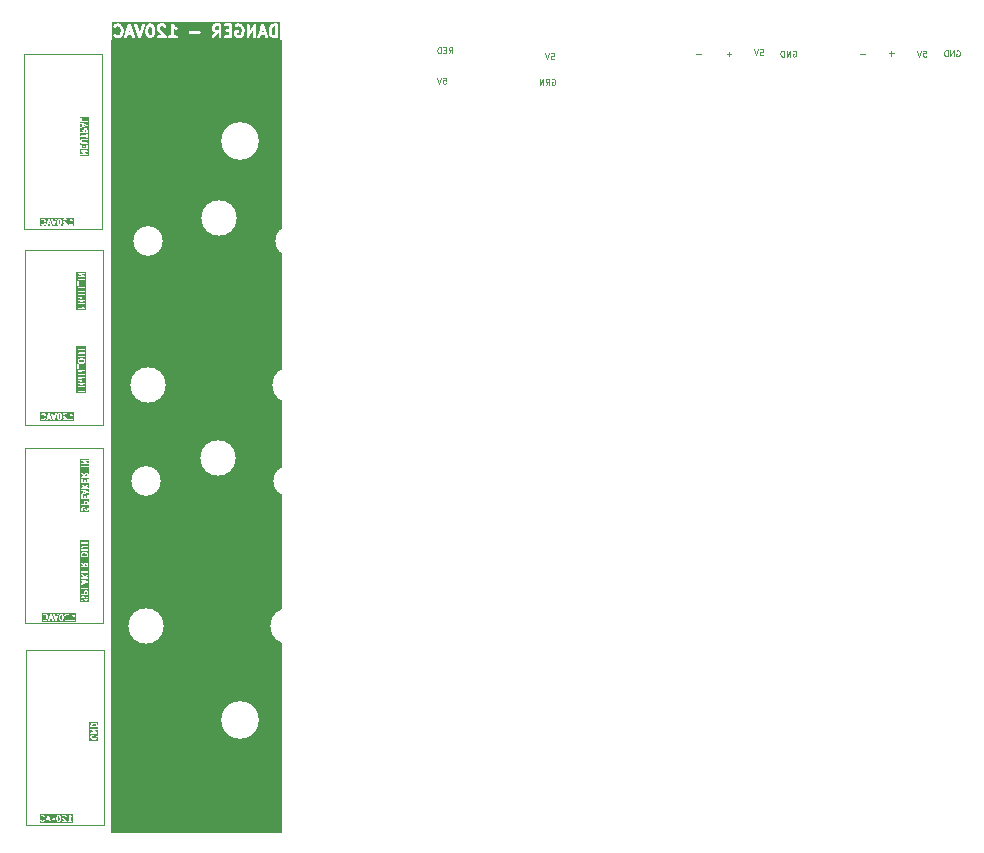
<source format=gbo>
G04 #@! TF.GenerationSoftware,KiCad,Pcbnew,8.0.0*
G04 #@! TF.CreationDate,2024-03-08T00:39:00-06:00*
G04 #@! TF.ProjectId,mn_wild_siren_v2p0,6d6e5f77-696c-4645-9f73-6972656e5f76,rev?*
G04 #@! TF.SameCoordinates,Original*
G04 #@! TF.FileFunction,Legend,Bot*
G04 #@! TF.FilePolarity,Positive*
%FSLAX46Y46*%
G04 Gerber Fmt 4.6, Leading zero omitted, Abs format (unit mm)*
G04 Created by KiCad (PCBNEW 8.0.0) date 2024-03-08 00:39:00*
%MOMM*%
%LPD*%
G01*
G04 APERTURE LIST*
%ADD10C,0.120000*%
%ADD11C,0.125000*%
%ADD12C,0.250000*%
%ADD13C,2.000000*%
%ADD14R,1.700000X1.700000*%
%ADD15O,1.700000X1.700000*%
%ADD16C,3.000000*%
%ADD17C,2.500000*%
%ADD18C,3.200000*%
%ADD19C,1.750000*%
%ADD20R,1.600000X1.600000*%
%ADD21O,1.600000X1.600000*%
%ADD22R,1.800000X4.400000*%
%ADD23O,1.800000X4.000000*%
%ADD24O,4.000000X1.800000*%
%ADD25C,1.500000*%
G04 APERTURE END LIST*
D10*
X163200000Y-120480000D02*
X169810000Y-120480000D01*
X169810000Y-135320000D01*
X163200000Y-135320000D01*
X163200000Y-120480000D01*
X163090000Y-86610000D02*
X169700000Y-86610000D01*
X169700000Y-101450000D01*
X163090000Y-101450000D01*
X163090000Y-86610000D01*
X170410000Y-68840000D02*
X184780000Y-68840000D01*
X184780000Y-135910000D01*
X170410000Y-135910000D01*
X170410000Y-68840000D01*
G36*
X170410000Y-68840000D02*
G01*
X184780000Y-68840000D01*
X184780000Y-135910000D01*
X170410000Y-135910000D01*
X170410000Y-68840000D01*
G37*
X163050000Y-70040000D02*
X169660000Y-70040000D01*
X169660000Y-84880000D01*
X163050000Y-84880000D01*
X163050000Y-70040000D01*
X163090000Y-103400000D02*
X169700000Y-103400000D01*
X169700000Y-118240000D01*
X163090000Y-118240000D01*
X163090000Y-103400000D01*
D11*
X222930476Y-70024333D02*
X222549524Y-70024333D01*
X222740000Y-70214809D02*
X222740000Y-69833857D01*
G36*
X166002550Y-134575300D02*
G01*
X166014778Y-134585662D01*
X166030692Y-134613121D01*
X166030794Y-134615205D01*
X166053314Y-134692380D01*
X166052737Y-134695285D01*
X166056089Y-134796027D01*
X166054603Y-134799175D01*
X166038053Y-134878364D01*
X166035527Y-134881620D01*
X166020936Y-134915931D01*
X166010574Y-134928159D01*
X165984859Y-134943062D01*
X165965763Y-134944332D01*
X165942207Y-134934316D01*
X165929983Y-134923957D01*
X165914068Y-134896495D01*
X165913967Y-134894412D01*
X165891445Y-134817236D01*
X165892023Y-134814333D01*
X165888670Y-134713591D01*
X165890157Y-134710444D01*
X165906707Y-134631253D01*
X165909235Y-134627997D01*
X165923824Y-134593684D01*
X165934185Y-134581458D01*
X165959900Y-134566555D01*
X165978998Y-134565285D01*
X166002550Y-134575300D01*
G37*
G36*
X165126927Y-134800969D02*
G01*
X165056033Y-134802256D01*
X165090674Y-134695261D01*
X165126927Y-134800969D01*
G37*
G36*
X167192459Y-135129809D02*
G01*
X164352139Y-135129809D01*
X164352139Y-134981106D01*
X164414639Y-134981106D01*
X164428187Y-135001383D01*
X164451851Y-135021436D01*
X164455241Y-135028216D01*
X164469327Y-135036245D01*
X164472273Y-135038742D01*
X164473706Y-135038742D01*
X164476427Y-135040293D01*
X164539026Y-135057875D01*
X164543702Y-135062551D01*
X164567620Y-135067309D01*
X164571655Y-135067040D01*
X164572052Y-135067152D01*
X164572369Y-135066993D01*
X164606016Y-135064755D01*
X164610808Y-135067151D01*
X164635003Y-135064102D01*
X164638974Y-135062563D01*
X164639157Y-135062551D01*
X164639252Y-135062455D01*
X164700449Y-135038742D01*
X164710585Y-135038742D01*
X164724578Y-135029392D01*
X164727617Y-135028215D01*
X164728257Y-135026934D01*
X164730862Y-135025194D01*
X164745234Y-135009240D01*
X164862420Y-135009240D01*
X164883812Y-135052024D01*
X164929193Y-135067151D01*
X164971977Y-135045759D01*
X164984055Y-135024573D01*
X165016731Y-134923646D01*
X165168058Y-134920898D01*
X165210880Y-135045759D01*
X165253664Y-135067151D01*
X165299045Y-135052024D01*
X165320437Y-135009240D01*
X165317388Y-134985045D01*
X165268218Y-134841673D01*
X165268218Y-134838034D01*
X165266318Y-134836134D01*
X165152507Y-134504281D01*
X165153771Y-134500378D01*
X165290991Y-134500378D01*
X165294040Y-134524573D01*
X165458921Y-135005336D01*
X165457658Y-135009240D01*
X165465944Y-135025812D01*
X165472785Y-135045759D01*
X165476961Y-135047847D01*
X165479050Y-135052024D01*
X165497845Y-135058289D01*
X165515569Y-135067151D01*
X165520000Y-135065674D01*
X165524431Y-135067151D01*
X165542155Y-135058289D01*
X165560950Y-135052024D01*
X165563038Y-135047847D01*
X165567215Y-135045759D01*
X165579293Y-135024573D01*
X165685904Y-134695285D01*
X165767023Y-134695285D01*
X165770522Y-134800436D01*
X165767704Y-134805134D01*
X165768889Y-134829492D01*
X165792355Y-134909905D01*
X165790990Y-134914001D01*
X165797431Y-134937521D01*
X165819400Y-134975429D01*
X165819400Y-134981107D01*
X165832948Y-135001384D01*
X165835882Y-135003870D01*
X165836192Y-135004405D01*
X165836721Y-135004581D01*
X165852365Y-135017837D01*
X165853736Y-135021950D01*
X165873002Y-135036902D01*
X165876738Y-135038490D01*
X165877035Y-135038742D01*
X165877329Y-135038742D01*
X165918239Y-135056137D01*
X165924653Y-135062551D01*
X165940944Y-135065791D01*
X165944141Y-135067151D01*
X165945499Y-135066698D01*
X165948571Y-135067309D01*
X165992354Y-135064396D01*
X166000620Y-135067152D01*
X166016559Y-135062787D01*
X166020108Y-135062551D01*
X166021121Y-135061537D01*
X166024140Y-135060711D01*
X166062048Y-135038742D01*
X166067727Y-135038742D01*
X166088004Y-135025193D01*
X166090489Y-135022259D01*
X166091024Y-135021950D01*
X166091200Y-135021420D01*
X166104456Y-135005775D01*
X166108567Y-135004406D01*
X166123519Y-134985141D01*
X166125107Y-134981404D01*
X166125361Y-134981106D01*
X166125360Y-134980809D01*
X166139210Y-134948239D01*
X166141645Y-134946779D01*
X166152062Y-134924729D01*
X166169383Y-134841846D01*
X166172979Y-134838251D01*
X166177737Y-134814333D01*
X166174237Y-134709182D01*
X166177056Y-134704485D01*
X166175871Y-134680127D01*
X166152502Y-134600047D01*
X166243213Y-134600047D01*
X166245766Y-134638443D01*
X166243371Y-134643235D01*
X166246420Y-134667430D01*
X166247958Y-134671401D01*
X166247971Y-134671584D01*
X166248066Y-134671679D01*
X166271781Y-134732879D01*
X166271781Y-134743012D01*
X166281128Y-134757002D01*
X166282308Y-134760046D01*
X166283590Y-134760687D01*
X166285329Y-134763289D01*
X166470485Y-134944374D01*
X166281795Y-134947067D01*
X166247971Y-134980891D01*
X166247971Y-135028727D01*
X166281795Y-135062551D01*
X166305713Y-135067309D01*
X166639085Y-135062552D01*
X166639154Y-135062552D01*
X166672979Y-135028727D01*
X166724161Y-135028727D01*
X166757985Y-135062551D01*
X166781903Y-135067309D01*
X167091535Y-135062551D01*
X167125359Y-135028727D01*
X167125359Y-134980891D01*
X167091535Y-134947067D01*
X167067617Y-134942309D01*
X166986703Y-134943552D01*
X166984253Y-134673709D01*
X166992048Y-134679759D01*
X166995817Y-134681362D01*
X166996081Y-134681599D01*
X166996375Y-134681599D01*
X167063187Y-134710008D01*
X167108567Y-134694881D01*
X167129959Y-134652095D01*
X167114832Y-134606716D01*
X167095567Y-134591764D01*
X167061584Y-134577313D01*
X167025847Y-134545118D01*
X167024382Y-134541570D01*
X166982533Y-134484331D01*
X166982502Y-134480891D01*
X166973261Y-134471650D01*
X166959537Y-134452879D01*
X166953228Y-134451617D01*
X166948678Y-134447067D01*
X166930480Y-134447067D01*
X166912632Y-134443497D01*
X166907277Y-134447067D01*
X166900842Y-134447067D01*
X166887971Y-134459937D01*
X166872830Y-134470032D01*
X166871568Y-134476340D01*
X166867018Y-134480891D01*
X166862260Y-134504809D01*
X166866261Y-134945403D01*
X166757985Y-134947067D01*
X166724161Y-134980891D01*
X166724161Y-135028727D01*
X166672979Y-135028727D01*
X166672980Y-135028726D01*
X166672980Y-134980892D01*
X166659431Y-134960615D01*
X166386707Y-134693888D01*
X166368092Y-134645849D01*
X166366189Y-134617238D01*
X166376204Y-134593686D01*
X166386566Y-134581458D01*
X166411591Y-134566954D01*
X166499827Y-134564018D01*
X166526359Y-134575300D01*
X166567510Y-134610170D01*
X166615344Y-134610170D01*
X166649169Y-134576345D01*
X166649169Y-134528511D01*
X166635621Y-134508234D01*
X166616204Y-134491780D01*
X166614834Y-134487670D01*
X166595569Y-134472718D01*
X166591832Y-134471129D01*
X166591535Y-134470877D01*
X166591240Y-134470877D01*
X166550331Y-134453481D01*
X166543917Y-134447067D01*
X166527626Y-134443826D01*
X166524430Y-134442467D01*
X166523070Y-134442920D01*
X166519999Y-134442309D01*
X166407298Y-134446059D01*
X166396520Y-134442467D01*
X166380091Y-134446965D01*
X166377033Y-134447067D01*
X166376019Y-134448080D01*
X166373000Y-134448907D01*
X166335092Y-134470877D01*
X166329415Y-134470877D01*
X166309138Y-134484425D01*
X166306651Y-134487359D01*
X166306116Y-134487670D01*
X166305939Y-134488199D01*
X166292684Y-134503841D01*
X166288574Y-134505212D01*
X166273622Y-134524477D01*
X166272033Y-134528213D01*
X166271781Y-134528511D01*
X166271781Y-134528806D01*
X166254385Y-134569714D01*
X166247971Y-134576129D01*
X166244730Y-134592419D01*
X166243371Y-134595616D01*
X166243824Y-134596975D01*
X166243213Y-134600047D01*
X166152502Y-134600047D01*
X166152404Y-134599711D01*
X166153770Y-134595616D01*
X166147330Y-134572096D01*
X166125360Y-134534187D01*
X166125360Y-134528511D01*
X166111812Y-134508234D01*
X166108877Y-134505747D01*
X166108567Y-134505212D01*
X166108037Y-134505035D01*
X166092395Y-134491780D01*
X166091025Y-134487670D01*
X166071760Y-134472718D01*
X166068023Y-134471129D01*
X166067726Y-134470877D01*
X166067431Y-134470877D01*
X166026522Y-134453481D01*
X166020108Y-134447067D01*
X166003817Y-134443826D01*
X166000621Y-134442467D01*
X165999261Y-134442920D01*
X165996190Y-134442309D01*
X165952403Y-134445221D01*
X165944140Y-134442467D01*
X165928202Y-134446830D01*
X165924653Y-134447067D01*
X165923639Y-134448080D01*
X165920620Y-134448907D01*
X165882713Y-134470876D01*
X165877036Y-134470876D01*
X165856759Y-134484424D01*
X165854271Y-134487359D01*
X165853736Y-134487670D01*
X165853559Y-134488199D01*
X165840303Y-134503842D01*
X165836192Y-134505213D01*
X165821240Y-134524478D01*
X165819651Y-134528212D01*
X165819400Y-134528510D01*
X165819399Y-134528805D01*
X165805548Y-134561379D01*
X165803116Y-134562839D01*
X165792699Y-134584888D01*
X165775376Y-134667771D01*
X165771781Y-134671367D01*
X165767023Y-134695285D01*
X165685904Y-134695285D01*
X165749008Y-134500378D01*
X165727616Y-134457594D01*
X165682235Y-134442467D01*
X165639451Y-134463859D01*
X165627373Y-134485045D01*
X165520754Y-134814356D01*
X165400548Y-134463859D01*
X165357764Y-134442467D01*
X165312383Y-134457594D01*
X165290991Y-134500378D01*
X165153771Y-134500378D01*
X165145484Y-134483805D01*
X165138644Y-134463859D01*
X165134467Y-134461770D01*
X165132379Y-134457594D01*
X165113584Y-134451329D01*
X165095860Y-134442467D01*
X165091429Y-134443944D01*
X165086998Y-134442467D01*
X165069274Y-134451329D01*
X165050479Y-134457594D01*
X165048390Y-134461770D01*
X165044214Y-134463859D01*
X165032136Y-134485045D01*
X164919388Y-134833284D01*
X164914639Y-134838034D01*
X164914639Y-134847953D01*
X164862420Y-135009240D01*
X164745234Y-135009240D01*
X164769238Y-134982594D01*
X164775235Y-134980596D01*
X164790187Y-134961331D01*
X164791790Y-134957561D01*
X164792028Y-134957297D01*
X164792028Y-134957001D01*
X164805878Y-134924429D01*
X164808313Y-134922969D01*
X164818730Y-134900919D01*
X164836051Y-134818036D01*
X164839647Y-134814441D01*
X164844405Y-134790523D01*
X164841485Y-134732025D01*
X164843724Y-134728295D01*
X164842539Y-134703937D01*
X164819072Y-134623521D01*
X164820438Y-134619426D01*
X164813998Y-134595906D01*
X164792028Y-134557997D01*
X164792028Y-134552321D01*
X164778480Y-134532044D01*
X164775354Y-134529228D01*
X164775235Y-134529022D01*
X164775061Y-134528964D01*
X164732002Y-134490172D01*
X164727618Y-134481404D01*
X164713050Y-134473099D01*
X164710584Y-134470877D01*
X164709153Y-134470877D01*
X164706432Y-134469326D01*
X164643832Y-134451742D01*
X164639157Y-134447067D01*
X164615239Y-134442309D01*
X164611202Y-134442577D01*
X164610809Y-134442467D01*
X164610493Y-134442624D01*
X164576842Y-134444862D01*
X164572051Y-134442467D01*
X164547856Y-134445516D01*
X164543884Y-134447054D01*
X164543702Y-134447067D01*
X164543606Y-134447162D01*
X164482408Y-134470877D01*
X164472274Y-134470877D01*
X164458282Y-134480225D01*
X164455241Y-134481404D01*
X164454600Y-134482685D01*
X164451997Y-134484425D01*
X164414640Y-134528511D01*
X164414640Y-134576345D01*
X164448465Y-134610170D01*
X164496299Y-134610170D01*
X164516576Y-134596622D01*
X164527868Y-134583295D01*
X164569436Y-134567188D01*
X164599372Y-134565197D01*
X164649715Y-134579337D01*
X164679569Y-134606233D01*
X164697360Y-134636931D01*
X164697462Y-134639015D01*
X164719982Y-134716190D01*
X164719405Y-134719095D01*
X164722123Y-134773561D01*
X164721271Y-134775365D01*
X164704721Y-134854554D01*
X164702195Y-134857810D01*
X164687745Y-134891789D01*
X164657517Y-134925343D01*
X164613421Y-134942429D01*
X164583485Y-134944420D01*
X164532458Y-134930089D01*
X164496300Y-134899448D01*
X164448466Y-134899447D01*
X164414640Y-134933272D01*
X164414639Y-134981106D01*
X164352139Y-134981106D01*
X164352139Y-134379809D01*
X167192459Y-134379809D01*
X167192459Y-135129809D01*
G37*
X239185237Y-69754809D02*
X239423332Y-69754809D01*
X239423332Y-69754809D02*
X239447141Y-69992904D01*
X239447141Y-69992904D02*
X239423332Y-69969095D01*
X239423332Y-69969095D02*
X239375713Y-69945285D01*
X239375713Y-69945285D02*
X239256665Y-69945285D01*
X239256665Y-69945285D02*
X239209046Y-69969095D01*
X239209046Y-69969095D02*
X239185237Y-69992904D01*
X239185237Y-69992904D02*
X239161427Y-70040523D01*
X239161427Y-70040523D02*
X239161427Y-70159571D01*
X239161427Y-70159571D02*
X239185237Y-70207190D01*
X239185237Y-70207190D02*
X239209046Y-70231000D01*
X239209046Y-70231000D02*
X239256665Y-70254809D01*
X239256665Y-70254809D02*
X239375713Y-70254809D01*
X239375713Y-70254809D02*
X239423332Y-70231000D01*
X239423332Y-70231000D02*
X239447141Y-70207190D01*
X239018570Y-69754809D02*
X238851904Y-70254809D01*
X238851904Y-70254809D02*
X238685237Y-69754809D01*
G36*
X168280190Y-91691190D02*
G01*
X167482571Y-91691190D01*
X167482571Y-91328095D01*
X167592690Y-91328095D01*
X167597448Y-91590108D01*
X167631272Y-91623932D01*
X167655190Y-91628690D01*
X168179108Y-91623932D01*
X168212932Y-91590108D01*
X168212932Y-91542272D01*
X168179108Y-91508448D01*
X168155190Y-91503690D01*
X167716627Y-91507672D01*
X167712932Y-91304177D01*
X167679108Y-91270353D01*
X167631272Y-91270353D01*
X167597448Y-91304177D01*
X167592690Y-91328095D01*
X167482571Y-91328095D01*
X167482571Y-91185346D01*
X167597448Y-91185346D01*
X167631272Y-91219170D01*
X167655190Y-91223928D01*
X168179108Y-91219170D01*
X168212932Y-91185346D01*
X168212932Y-91137510D01*
X168179108Y-91103686D01*
X168155190Y-91098928D01*
X167631272Y-91103686D01*
X167597448Y-91137510D01*
X167597448Y-91185346D01*
X167482571Y-91185346D01*
X167482571Y-90732857D01*
X167592690Y-90732857D01*
X167592958Y-90736894D01*
X167592848Y-90737288D01*
X167593005Y-90737603D01*
X167595243Y-90771254D01*
X167592848Y-90776046D01*
X167595897Y-90800241D01*
X167597435Y-90804212D01*
X167597448Y-90804394D01*
X167597543Y-90804489D01*
X167621258Y-90865688D01*
X167621258Y-90875821D01*
X167630605Y-90889811D01*
X167631785Y-90892855D01*
X167633067Y-90893496D01*
X167634806Y-90896098D01*
X167677403Y-90934473D01*
X167679403Y-90940472D01*
X167698668Y-90955424D01*
X167702437Y-90957027D01*
X167702702Y-90957265D01*
X167702997Y-90957265D01*
X167735569Y-90971115D01*
X167737030Y-90973550D01*
X167759080Y-90983967D01*
X167841962Y-91001288D01*
X167845558Y-91004884D01*
X167869476Y-91009642D01*
X167927973Y-91006722D01*
X167931704Y-91008961D01*
X167956062Y-91007776D01*
X168036477Y-90984309D01*
X168040573Y-90985675D01*
X168064093Y-90979234D01*
X168102001Y-90957265D01*
X168107678Y-90957265D01*
X168127955Y-90943717D01*
X168130770Y-90940591D01*
X168130977Y-90940472D01*
X168131034Y-90940298D01*
X168169826Y-90897238D01*
X168178595Y-90892855D01*
X168186899Y-90878287D01*
X168189122Y-90875821D01*
X168189122Y-90874389D01*
X168190673Y-90871669D01*
X168208255Y-90809070D01*
X168212932Y-90804394D01*
X168217690Y-90780476D01*
X168217478Y-90776235D01*
X168217532Y-90776045D01*
X168217461Y-90775904D01*
X168214376Y-90714081D01*
X168217532Y-90704616D01*
X168213095Y-90688414D01*
X168212932Y-90685129D01*
X168211918Y-90684115D01*
X168211092Y-90681096D01*
X168172329Y-90614212D01*
X168126949Y-90599086D01*
X168084164Y-90620479D01*
X168069038Y-90665859D01*
X168075479Y-90689379D01*
X168093237Y-90720021D01*
X168095363Y-90762612D01*
X168080661Y-90814952D01*
X168053767Y-90844804D01*
X168023066Y-90862597D01*
X168020984Y-90862699D01*
X167943808Y-90885219D01*
X167940904Y-90884642D01*
X167886437Y-90887360D01*
X167884634Y-90886508D01*
X167805444Y-90869958D01*
X167802189Y-90867432D01*
X167768207Y-90852981D01*
X167734657Y-90822756D01*
X167717569Y-90778658D01*
X167715578Y-90748722D01*
X167729416Y-90699454D01*
X167809365Y-90697458D01*
X167811734Y-90756775D01*
X167845558Y-90790599D01*
X167893394Y-90790599D01*
X167927218Y-90756775D01*
X167931976Y-90732857D01*
X167927218Y-90613701D01*
X167893394Y-90579877D01*
X167869476Y-90575119D01*
X167678891Y-90579877D01*
X167678888Y-90579879D01*
X167658615Y-90593425D01*
X167638564Y-90617087D01*
X167631785Y-90620477D01*
X167623751Y-90634567D01*
X167621258Y-90637511D01*
X167621258Y-90638942D01*
X167619707Y-90641663D01*
X167602124Y-90704262D01*
X167597448Y-90708939D01*
X167592690Y-90732857D01*
X167482571Y-90732857D01*
X167482571Y-90447251D01*
X167597448Y-90447251D01*
X167631272Y-90481075D01*
X167655190Y-90485833D01*
X168179108Y-90481075D01*
X168212932Y-90447251D01*
X168212932Y-90399415D01*
X168179108Y-90365591D01*
X168155190Y-90360833D01*
X167978659Y-90362436D01*
X167976120Y-90197204D01*
X168179108Y-90195361D01*
X168212932Y-90161537D01*
X168212932Y-90113701D01*
X168179108Y-90079877D01*
X168155190Y-90075119D01*
X167631272Y-90079877D01*
X167597448Y-90113701D01*
X167597448Y-90161537D01*
X167631272Y-90195361D01*
X167655190Y-90200119D01*
X167855527Y-90198299D01*
X167858066Y-90363531D01*
X167631272Y-90365591D01*
X167597448Y-90399415D01*
X167597448Y-90447251D01*
X167482571Y-90447251D01*
X167482571Y-89852012D01*
X167597448Y-89852012D01*
X167631272Y-89885836D01*
X167655190Y-89890594D01*
X168095784Y-89886592D01*
X168097448Y-89994869D01*
X168131272Y-90028693D01*
X168179108Y-90028693D01*
X168212932Y-89994869D01*
X168217690Y-89970951D01*
X168212932Y-89661319D01*
X168179108Y-89627495D01*
X168131272Y-89627495D01*
X168097448Y-89661319D01*
X168092690Y-89685237D01*
X168093933Y-89766150D01*
X167631272Y-89770352D01*
X167597448Y-89804176D01*
X167597448Y-89852012D01*
X167482571Y-89852012D01*
X167482571Y-89256666D01*
X167545071Y-89256666D01*
X167549829Y-89661537D01*
X167583653Y-89695361D01*
X167631489Y-89695361D01*
X167665313Y-89661537D01*
X167670071Y-89637619D01*
X167665313Y-89232748D01*
X167631489Y-89198924D01*
X167583653Y-89198924D01*
X167549829Y-89232748D01*
X167545071Y-89256666D01*
X167482571Y-89256666D01*
X167482571Y-89161537D01*
X167597448Y-89161537D01*
X167631272Y-89195361D01*
X167655190Y-89200119D01*
X168179108Y-89195361D01*
X168212932Y-89161537D01*
X168212932Y-89113701D01*
X168179108Y-89079877D01*
X168155190Y-89075119D01*
X167631272Y-89079877D01*
X167597448Y-89113701D01*
X167597448Y-89161537D01*
X167482571Y-89161537D01*
X167482571Y-88605929D01*
X167593189Y-88605929D01*
X167597448Y-88621545D01*
X167597448Y-88637728D01*
X167603516Y-88643796D01*
X167605775Y-88652077D01*
X167624181Y-88668075D01*
X167929024Y-88839077D01*
X167631272Y-88841782D01*
X167597448Y-88875606D01*
X167597448Y-88923442D01*
X167631272Y-88957266D01*
X167655190Y-88962024D01*
X168140343Y-88957618D01*
X168147308Y-88961525D01*
X168162365Y-88957418D01*
X168179108Y-88957266D01*
X168185177Y-88951196D01*
X168193457Y-88948938D01*
X168201484Y-88934889D01*
X168212932Y-88923442D01*
X168212932Y-88914856D01*
X168217190Y-88907405D01*
X168212932Y-88891792D01*
X168212932Y-88875606D01*
X168206862Y-88869536D01*
X168204604Y-88861256D01*
X168186198Y-88845259D01*
X167881354Y-88674256D01*
X168179108Y-88671552D01*
X168212932Y-88637728D01*
X168212932Y-88589892D01*
X168179108Y-88556068D01*
X168155190Y-88551310D01*
X167670035Y-88555715D01*
X167663071Y-88551809D01*
X167648012Y-88555915D01*
X167631272Y-88556068D01*
X167625203Y-88562136D01*
X167616923Y-88564395D01*
X167608893Y-88578446D01*
X167597448Y-88589892D01*
X167597448Y-88598475D01*
X167593189Y-88605929D01*
X167482571Y-88605929D01*
X167482571Y-88488810D01*
X168280190Y-88488810D01*
X168280190Y-91691190D01*
G37*
X225345237Y-69644809D02*
X225583332Y-69644809D01*
X225583332Y-69644809D02*
X225607141Y-69882904D01*
X225607141Y-69882904D02*
X225583332Y-69859095D01*
X225583332Y-69859095D02*
X225535713Y-69835285D01*
X225535713Y-69835285D02*
X225416665Y-69835285D01*
X225416665Y-69835285D02*
X225369046Y-69859095D01*
X225369046Y-69859095D02*
X225345237Y-69882904D01*
X225345237Y-69882904D02*
X225321427Y-69930523D01*
X225321427Y-69930523D02*
X225321427Y-70049571D01*
X225321427Y-70049571D02*
X225345237Y-70097190D01*
X225345237Y-70097190D02*
X225369046Y-70121000D01*
X225369046Y-70121000D02*
X225416665Y-70144809D01*
X225416665Y-70144809D02*
X225535713Y-70144809D01*
X225535713Y-70144809D02*
X225583332Y-70121000D01*
X225583332Y-70121000D02*
X225607141Y-70097190D01*
X225178570Y-69644809D02*
X225011904Y-70144809D01*
X225011904Y-70144809D02*
X224845237Y-69644809D01*
G36*
X166072550Y-84085300D02*
G01*
X166084778Y-84095662D01*
X166100692Y-84123121D01*
X166100794Y-84125205D01*
X166123314Y-84202380D01*
X166122737Y-84205285D01*
X166126089Y-84306027D01*
X166124603Y-84309175D01*
X166108053Y-84388364D01*
X166105527Y-84391620D01*
X166090936Y-84425931D01*
X166080574Y-84438159D01*
X166054859Y-84453062D01*
X166035763Y-84454332D01*
X166012207Y-84444316D01*
X165999983Y-84433957D01*
X165984068Y-84406495D01*
X165983967Y-84404412D01*
X165961445Y-84327236D01*
X165962023Y-84324333D01*
X165958670Y-84223591D01*
X165960157Y-84220444D01*
X165976707Y-84141253D01*
X165979235Y-84137997D01*
X165993824Y-84103684D01*
X166004185Y-84091458D01*
X166029900Y-84076555D01*
X166048998Y-84075285D01*
X166072550Y-84085300D01*
G37*
G36*
X165196927Y-84310969D02*
G01*
X165126033Y-84312256D01*
X165160674Y-84205261D01*
X165196927Y-84310969D01*
G37*
G36*
X167262459Y-84639809D02*
G01*
X164422139Y-84639809D01*
X164422139Y-84491106D01*
X164484639Y-84491106D01*
X164498187Y-84511383D01*
X164521851Y-84531436D01*
X164525241Y-84538216D01*
X164539327Y-84546245D01*
X164542273Y-84548742D01*
X164543706Y-84548742D01*
X164546427Y-84550293D01*
X164609026Y-84567875D01*
X164613702Y-84572551D01*
X164637620Y-84577309D01*
X164641655Y-84577040D01*
X164642052Y-84577152D01*
X164642369Y-84576993D01*
X164676016Y-84574755D01*
X164680808Y-84577151D01*
X164705003Y-84574102D01*
X164708974Y-84572563D01*
X164709157Y-84572551D01*
X164709252Y-84572455D01*
X164770449Y-84548742D01*
X164780585Y-84548742D01*
X164794578Y-84539392D01*
X164797617Y-84538215D01*
X164798257Y-84536934D01*
X164800862Y-84535194D01*
X164815234Y-84519240D01*
X164932420Y-84519240D01*
X164953812Y-84562024D01*
X164999193Y-84577151D01*
X165041977Y-84555759D01*
X165054055Y-84534573D01*
X165086731Y-84433646D01*
X165238058Y-84430898D01*
X165280880Y-84555759D01*
X165323664Y-84577151D01*
X165369045Y-84562024D01*
X165390437Y-84519240D01*
X165387388Y-84495045D01*
X165338218Y-84351673D01*
X165338218Y-84348034D01*
X165336318Y-84346134D01*
X165222507Y-84014281D01*
X165223771Y-84010378D01*
X165360991Y-84010378D01*
X165364040Y-84034573D01*
X165528921Y-84515336D01*
X165527658Y-84519240D01*
X165535944Y-84535812D01*
X165542785Y-84555759D01*
X165546961Y-84557847D01*
X165549050Y-84562024D01*
X165567845Y-84568289D01*
X165585569Y-84577151D01*
X165590000Y-84575674D01*
X165594431Y-84577151D01*
X165612155Y-84568289D01*
X165630950Y-84562024D01*
X165633038Y-84557847D01*
X165637215Y-84555759D01*
X165649293Y-84534573D01*
X165755904Y-84205285D01*
X165837023Y-84205285D01*
X165840522Y-84310436D01*
X165837704Y-84315134D01*
X165838889Y-84339492D01*
X165862355Y-84419905D01*
X165860990Y-84424001D01*
X165867431Y-84447521D01*
X165889400Y-84485429D01*
X165889400Y-84491107D01*
X165902948Y-84511384D01*
X165905882Y-84513870D01*
X165906192Y-84514405D01*
X165906721Y-84514581D01*
X165922365Y-84527837D01*
X165923736Y-84531950D01*
X165943002Y-84546902D01*
X165946738Y-84548490D01*
X165947035Y-84548742D01*
X165947329Y-84548742D01*
X165988239Y-84566137D01*
X165994653Y-84572551D01*
X166010944Y-84575791D01*
X166014141Y-84577151D01*
X166015499Y-84576698D01*
X166018571Y-84577309D01*
X166062354Y-84574396D01*
X166070620Y-84577152D01*
X166086559Y-84572787D01*
X166090108Y-84572551D01*
X166091121Y-84571537D01*
X166094140Y-84570711D01*
X166132048Y-84548742D01*
X166137727Y-84548742D01*
X166158004Y-84535193D01*
X166160489Y-84532259D01*
X166161024Y-84531950D01*
X166161200Y-84531420D01*
X166174456Y-84515775D01*
X166178567Y-84514406D01*
X166193519Y-84495141D01*
X166195107Y-84491404D01*
X166195361Y-84491106D01*
X166195360Y-84490809D01*
X166209210Y-84458239D01*
X166211645Y-84456779D01*
X166222062Y-84434729D01*
X166239383Y-84351846D01*
X166242979Y-84348251D01*
X166247737Y-84324333D01*
X166244237Y-84219182D01*
X166247056Y-84214485D01*
X166245871Y-84190127D01*
X166222502Y-84110047D01*
X166313213Y-84110047D01*
X166315766Y-84148443D01*
X166313371Y-84153235D01*
X166316420Y-84177430D01*
X166317958Y-84181401D01*
X166317971Y-84181584D01*
X166318066Y-84181679D01*
X166341781Y-84242879D01*
X166341781Y-84253012D01*
X166351128Y-84267002D01*
X166352308Y-84270046D01*
X166353590Y-84270687D01*
X166355329Y-84273289D01*
X166540485Y-84454374D01*
X166351795Y-84457067D01*
X166317971Y-84490891D01*
X166317971Y-84538727D01*
X166351795Y-84572551D01*
X166375713Y-84577309D01*
X166709085Y-84572552D01*
X166709154Y-84572552D01*
X166742979Y-84538727D01*
X166794161Y-84538727D01*
X166827985Y-84572551D01*
X166851903Y-84577309D01*
X167161535Y-84572551D01*
X167195359Y-84538727D01*
X167195359Y-84490891D01*
X167161535Y-84457067D01*
X167137617Y-84452309D01*
X167056703Y-84453552D01*
X167054253Y-84183709D01*
X167062048Y-84189759D01*
X167065817Y-84191362D01*
X167066081Y-84191599D01*
X167066375Y-84191599D01*
X167133187Y-84220008D01*
X167178567Y-84204881D01*
X167199959Y-84162095D01*
X167184832Y-84116716D01*
X167165567Y-84101764D01*
X167131584Y-84087313D01*
X167095847Y-84055118D01*
X167094382Y-84051570D01*
X167052533Y-83994331D01*
X167052502Y-83990891D01*
X167043261Y-83981650D01*
X167029537Y-83962879D01*
X167023228Y-83961617D01*
X167018678Y-83957067D01*
X167000480Y-83957067D01*
X166982632Y-83953497D01*
X166977277Y-83957067D01*
X166970842Y-83957067D01*
X166957971Y-83969937D01*
X166942830Y-83980032D01*
X166941568Y-83986340D01*
X166937018Y-83990891D01*
X166932260Y-84014809D01*
X166936261Y-84455403D01*
X166827985Y-84457067D01*
X166794161Y-84490891D01*
X166794161Y-84538727D01*
X166742979Y-84538727D01*
X166742980Y-84538726D01*
X166742980Y-84490892D01*
X166729431Y-84470615D01*
X166456707Y-84203888D01*
X166438092Y-84155849D01*
X166436189Y-84127238D01*
X166446204Y-84103686D01*
X166456566Y-84091458D01*
X166481591Y-84076954D01*
X166569827Y-84074018D01*
X166596359Y-84085300D01*
X166637510Y-84120170D01*
X166685344Y-84120170D01*
X166719169Y-84086345D01*
X166719169Y-84038511D01*
X166705621Y-84018234D01*
X166686204Y-84001780D01*
X166684834Y-83997670D01*
X166665569Y-83982718D01*
X166661832Y-83981129D01*
X166661535Y-83980877D01*
X166661240Y-83980877D01*
X166620331Y-83963481D01*
X166613917Y-83957067D01*
X166597626Y-83953826D01*
X166594430Y-83952467D01*
X166593070Y-83952920D01*
X166589999Y-83952309D01*
X166477298Y-83956059D01*
X166466520Y-83952467D01*
X166450091Y-83956965D01*
X166447033Y-83957067D01*
X166446019Y-83958080D01*
X166443000Y-83958907D01*
X166405092Y-83980877D01*
X166399415Y-83980877D01*
X166379138Y-83994425D01*
X166376651Y-83997359D01*
X166376116Y-83997670D01*
X166375939Y-83998199D01*
X166362684Y-84013841D01*
X166358574Y-84015212D01*
X166343622Y-84034477D01*
X166342033Y-84038213D01*
X166341781Y-84038511D01*
X166341781Y-84038806D01*
X166324385Y-84079714D01*
X166317971Y-84086129D01*
X166314730Y-84102419D01*
X166313371Y-84105616D01*
X166313824Y-84106975D01*
X166313213Y-84110047D01*
X166222502Y-84110047D01*
X166222404Y-84109711D01*
X166223770Y-84105616D01*
X166217330Y-84082096D01*
X166195360Y-84044187D01*
X166195360Y-84038511D01*
X166181812Y-84018234D01*
X166178877Y-84015747D01*
X166178567Y-84015212D01*
X166178037Y-84015035D01*
X166162395Y-84001780D01*
X166161025Y-83997670D01*
X166141760Y-83982718D01*
X166138023Y-83981129D01*
X166137726Y-83980877D01*
X166137431Y-83980877D01*
X166096522Y-83963481D01*
X166090108Y-83957067D01*
X166073817Y-83953826D01*
X166070621Y-83952467D01*
X166069261Y-83952920D01*
X166066190Y-83952309D01*
X166022403Y-83955221D01*
X166014140Y-83952467D01*
X165998202Y-83956830D01*
X165994653Y-83957067D01*
X165993639Y-83958080D01*
X165990620Y-83958907D01*
X165952713Y-83980876D01*
X165947036Y-83980876D01*
X165926759Y-83994424D01*
X165924271Y-83997359D01*
X165923736Y-83997670D01*
X165923559Y-83998199D01*
X165910303Y-84013842D01*
X165906192Y-84015213D01*
X165891240Y-84034478D01*
X165889651Y-84038212D01*
X165889400Y-84038510D01*
X165889399Y-84038805D01*
X165875548Y-84071379D01*
X165873116Y-84072839D01*
X165862699Y-84094888D01*
X165845376Y-84177771D01*
X165841781Y-84181367D01*
X165837023Y-84205285D01*
X165755904Y-84205285D01*
X165819008Y-84010378D01*
X165797616Y-83967594D01*
X165752235Y-83952467D01*
X165709451Y-83973859D01*
X165697373Y-83995045D01*
X165590754Y-84324356D01*
X165470548Y-83973859D01*
X165427764Y-83952467D01*
X165382383Y-83967594D01*
X165360991Y-84010378D01*
X165223771Y-84010378D01*
X165215484Y-83993805D01*
X165208644Y-83973859D01*
X165204467Y-83971770D01*
X165202379Y-83967594D01*
X165183584Y-83961329D01*
X165165860Y-83952467D01*
X165161429Y-83953944D01*
X165156998Y-83952467D01*
X165139274Y-83961329D01*
X165120479Y-83967594D01*
X165118390Y-83971770D01*
X165114214Y-83973859D01*
X165102136Y-83995045D01*
X164989388Y-84343284D01*
X164984639Y-84348034D01*
X164984639Y-84357953D01*
X164932420Y-84519240D01*
X164815234Y-84519240D01*
X164839238Y-84492594D01*
X164845235Y-84490596D01*
X164860187Y-84471331D01*
X164861790Y-84467561D01*
X164862028Y-84467297D01*
X164862028Y-84467001D01*
X164875878Y-84434429D01*
X164878313Y-84432969D01*
X164888730Y-84410919D01*
X164906051Y-84328036D01*
X164909647Y-84324441D01*
X164914405Y-84300523D01*
X164911485Y-84242025D01*
X164913724Y-84238295D01*
X164912539Y-84213937D01*
X164889072Y-84133521D01*
X164890438Y-84129426D01*
X164883998Y-84105906D01*
X164862028Y-84067997D01*
X164862028Y-84062321D01*
X164848480Y-84042044D01*
X164845354Y-84039228D01*
X164845235Y-84039022D01*
X164845061Y-84038964D01*
X164802002Y-84000172D01*
X164797618Y-83991404D01*
X164783050Y-83983099D01*
X164780584Y-83980877D01*
X164779153Y-83980877D01*
X164776432Y-83979326D01*
X164713832Y-83961742D01*
X164709157Y-83957067D01*
X164685239Y-83952309D01*
X164681202Y-83952577D01*
X164680809Y-83952467D01*
X164680493Y-83952624D01*
X164646842Y-83954862D01*
X164642051Y-83952467D01*
X164617856Y-83955516D01*
X164613884Y-83957054D01*
X164613702Y-83957067D01*
X164613606Y-83957162D01*
X164552408Y-83980877D01*
X164542274Y-83980877D01*
X164528282Y-83990225D01*
X164525241Y-83991404D01*
X164524600Y-83992685D01*
X164521997Y-83994425D01*
X164484640Y-84038511D01*
X164484640Y-84086345D01*
X164518465Y-84120170D01*
X164566299Y-84120170D01*
X164586576Y-84106622D01*
X164597868Y-84093295D01*
X164639436Y-84077188D01*
X164669372Y-84075197D01*
X164719715Y-84089337D01*
X164749569Y-84116233D01*
X164767360Y-84146931D01*
X164767462Y-84149015D01*
X164789982Y-84226190D01*
X164789405Y-84229095D01*
X164792123Y-84283561D01*
X164791271Y-84285365D01*
X164774721Y-84364554D01*
X164772195Y-84367810D01*
X164757745Y-84401789D01*
X164727517Y-84435343D01*
X164683421Y-84452429D01*
X164653485Y-84454420D01*
X164602458Y-84440089D01*
X164566300Y-84409448D01*
X164518466Y-84409447D01*
X164484640Y-84443272D01*
X164484639Y-84491106D01*
X164422139Y-84491106D01*
X164422139Y-83889809D01*
X167262459Y-83889809D01*
X167262459Y-84639809D01*
G37*
X234210476Y-70014333D02*
X233829524Y-70014333D01*
X220340476Y-70014333D02*
X219959524Y-70014333D01*
X198981428Y-69974809D02*
X199148094Y-69736714D01*
X199267142Y-69974809D02*
X199267142Y-69474809D01*
X199267142Y-69474809D02*
X199076666Y-69474809D01*
X199076666Y-69474809D02*
X199029047Y-69498619D01*
X199029047Y-69498619D02*
X199005237Y-69522428D01*
X199005237Y-69522428D02*
X198981428Y-69570047D01*
X198981428Y-69570047D02*
X198981428Y-69641476D01*
X198981428Y-69641476D02*
X199005237Y-69689095D01*
X199005237Y-69689095D02*
X199029047Y-69712904D01*
X199029047Y-69712904D02*
X199076666Y-69736714D01*
X199076666Y-69736714D02*
X199267142Y-69736714D01*
X198767142Y-69712904D02*
X198600475Y-69712904D01*
X198529047Y-69974809D02*
X198767142Y-69974809D01*
X198767142Y-69974809D02*
X198767142Y-69474809D01*
X198767142Y-69474809D02*
X198529047Y-69474809D01*
X198314761Y-69974809D02*
X198314761Y-69474809D01*
X198314761Y-69474809D02*
X198195713Y-69474809D01*
X198195713Y-69474809D02*
X198124285Y-69498619D01*
X198124285Y-69498619D02*
X198076666Y-69546238D01*
X198076666Y-69546238D02*
X198052856Y-69593857D01*
X198052856Y-69593857D02*
X198029047Y-69689095D01*
X198029047Y-69689095D02*
X198029047Y-69760523D01*
X198029047Y-69760523D02*
X198052856Y-69855761D01*
X198052856Y-69855761D02*
X198076666Y-69903380D01*
X198076666Y-69903380D02*
X198124285Y-69951000D01*
X198124285Y-69951000D02*
X198195713Y-69974809D01*
X198195713Y-69974809D02*
X198314761Y-69974809D01*
X236660476Y-69994333D02*
X236279524Y-69994333D01*
X236470000Y-70184809D02*
X236470000Y-69803857D01*
X198515237Y-72054809D02*
X198753332Y-72054809D01*
X198753332Y-72054809D02*
X198777141Y-72292904D01*
X198777141Y-72292904D02*
X198753332Y-72269095D01*
X198753332Y-72269095D02*
X198705713Y-72245285D01*
X198705713Y-72245285D02*
X198586665Y-72245285D01*
X198586665Y-72245285D02*
X198539046Y-72269095D01*
X198539046Y-72269095D02*
X198515237Y-72292904D01*
X198515237Y-72292904D02*
X198491427Y-72340523D01*
X198491427Y-72340523D02*
X198491427Y-72459571D01*
X198491427Y-72459571D02*
X198515237Y-72507190D01*
X198515237Y-72507190D02*
X198539046Y-72531000D01*
X198539046Y-72531000D02*
X198586665Y-72554809D01*
X198586665Y-72554809D02*
X198705713Y-72554809D01*
X198705713Y-72554809D02*
X198753332Y-72531000D01*
X198753332Y-72531000D02*
X198777141Y-72507190D01*
X198348570Y-72054809D02*
X198181904Y-72554809D01*
X198181904Y-72554809D02*
X198015237Y-72054809D01*
G36*
X168356314Y-107965729D02*
G01*
X168368540Y-107976090D01*
X168382921Y-108000905D01*
X168385542Y-108118993D01*
X168244438Y-108120275D01*
X168242029Y-108011739D01*
X168253776Y-107984115D01*
X168264138Y-107971886D01*
X168289497Y-107957190D01*
X168331322Y-107955103D01*
X168356314Y-107965729D01*
G37*
G36*
X168254737Y-107132578D02*
G01*
X168149029Y-107168831D01*
X168147742Y-107097937D01*
X168254737Y-107132578D01*
G37*
G36*
X168356314Y-105632396D02*
G01*
X168368540Y-105642757D01*
X168382921Y-105667572D01*
X168385542Y-105785660D01*
X168244438Y-105786942D01*
X168243469Y-105743283D01*
X168244305Y-105742090D01*
X168243319Y-105736502D01*
X168242029Y-105678406D01*
X168253776Y-105650782D01*
X168264138Y-105638553D01*
X168289497Y-105623857D01*
X168331322Y-105621770D01*
X168356314Y-105632396D01*
G37*
G36*
X168570190Y-108805951D02*
G01*
X167772571Y-108805951D01*
X167772571Y-108490475D01*
X167882690Y-108490475D01*
X167886276Y-108598235D01*
X167882848Y-108605093D01*
X167885897Y-108629288D01*
X167887442Y-108633276D01*
X167887448Y-108633441D01*
X167887543Y-108633536D01*
X167921785Y-108721902D01*
X167964570Y-108743294D01*
X168009951Y-108728166D01*
X168031342Y-108685382D01*
X168028293Y-108661186D01*
X168007635Y-108607875D01*
X168004399Y-108510646D01*
X168015681Y-108484114D01*
X168026043Y-108471886D01*
X168051757Y-108456983D01*
X168070855Y-108455713D01*
X168094407Y-108465728D01*
X168106636Y-108476090D01*
X168122549Y-108503549D01*
X168122651Y-108505634D01*
X168146117Y-108586047D01*
X168144752Y-108590143D01*
X168151193Y-108613663D01*
X168173162Y-108651571D01*
X168173162Y-108657249D01*
X168186710Y-108677526D01*
X168189644Y-108680012D01*
X168189954Y-108680547D01*
X168190483Y-108680723D01*
X168206127Y-108693979D01*
X168207498Y-108698092D01*
X168226764Y-108713044D01*
X168230500Y-108714632D01*
X168230797Y-108714884D01*
X168231091Y-108714884D01*
X168272001Y-108732279D01*
X168278415Y-108738693D01*
X168294706Y-108741933D01*
X168297903Y-108743293D01*
X168299261Y-108742840D01*
X168302333Y-108743451D01*
X168346116Y-108740538D01*
X168354382Y-108743294D01*
X168370321Y-108738929D01*
X168373870Y-108738693D01*
X168374883Y-108737679D01*
X168377902Y-108736853D01*
X168415810Y-108714884D01*
X168421489Y-108714884D01*
X168441766Y-108701335D01*
X168444251Y-108698401D01*
X168444786Y-108698092D01*
X168444962Y-108697562D01*
X168458218Y-108681917D01*
X168462329Y-108680548D01*
X168477281Y-108661283D01*
X168478869Y-108657546D01*
X168479123Y-108657248D01*
X168479122Y-108656951D01*
X168496517Y-108616045D01*
X168502932Y-108609631D01*
X168506172Y-108593340D01*
X168507532Y-108590144D01*
X168507078Y-108588784D01*
X168507690Y-108585713D01*
X168504103Y-108477953D01*
X168507532Y-108471097D01*
X168504483Y-108446902D01*
X168502937Y-108442913D01*
X168502932Y-108442748D01*
X168502836Y-108442652D01*
X168468595Y-108354287D01*
X168425811Y-108332895D01*
X168380430Y-108348022D01*
X168359038Y-108390806D01*
X168362087Y-108415001D01*
X168382744Y-108468312D01*
X168385980Y-108565541D01*
X168374698Y-108592073D01*
X168364336Y-108604301D01*
X168338621Y-108619204D01*
X168319525Y-108620474D01*
X168295969Y-108610458D01*
X168283745Y-108600099D01*
X168267830Y-108572637D01*
X168267729Y-108570554D01*
X168244262Y-108490139D01*
X168245627Y-108486045D01*
X168239187Y-108462524D01*
X168217218Y-108424615D01*
X168217218Y-108418938D01*
X168203669Y-108398661D01*
X168200736Y-108396176D01*
X168200426Y-108395640D01*
X168199894Y-108395462D01*
X168184252Y-108382208D01*
X168182882Y-108378098D01*
X168163617Y-108363146D01*
X168159880Y-108361557D01*
X168159582Y-108361304D01*
X168159285Y-108361304D01*
X168118379Y-108343909D01*
X168111965Y-108337495D01*
X168095674Y-108334254D01*
X168092478Y-108332895D01*
X168091118Y-108333348D01*
X168088047Y-108332737D01*
X168044260Y-108335649D01*
X168035997Y-108332895D01*
X168020059Y-108337258D01*
X168016510Y-108337495D01*
X168015496Y-108338508D01*
X168012477Y-108339335D01*
X167974569Y-108361305D01*
X167968892Y-108361305D01*
X167948615Y-108374853D01*
X167946128Y-108377787D01*
X167945593Y-108378098D01*
X167945416Y-108378627D01*
X167932161Y-108394269D01*
X167928051Y-108395640D01*
X167913099Y-108414905D01*
X167911510Y-108418641D01*
X167911258Y-108418939D01*
X167911258Y-108419234D01*
X167893862Y-108460142D01*
X167887448Y-108466557D01*
X167884207Y-108482847D01*
X167882848Y-108486044D01*
X167883301Y-108487403D01*
X167882690Y-108490475D01*
X167772571Y-108490475D01*
X167772571Y-108204870D01*
X167887448Y-108204870D01*
X167921272Y-108238694D01*
X167945190Y-108243452D01*
X168469108Y-108238694D01*
X168502932Y-108204870D01*
X168507690Y-108180952D01*
X168503624Y-107997767D01*
X168507532Y-107986045D01*
X168502996Y-107969481D01*
X168502932Y-107966558D01*
X168501918Y-107965544D01*
X168501092Y-107962525D01*
X168479122Y-107924618D01*
X168479123Y-107918941D01*
X168465575Y-107898664D01*
X168462639Y-107896176D01*
X168462329Y-107895641D01*
X168461799Y-107895464D01*
X168446156Y-107882208D01*
X168444786Y-107878097D01*
X168425521Y-107863145D01*
X168421786Y-107861556D01*
X168421489Y-107861305D01*
X168421193Y-107861304D01*
X168380282Y-107843908D01*
X168373870Y-107837496D01*
X168357582Y-107834255D01*
X168354382Y-107832895D01*
X168353021Y-107833348D01*
X168349952Y-107832738D01*
X168283558Y-107836051D01*
X168274093Y-107832896D01*
X168257891Y-107837332D01*
X168254605Y-107837496D01*
X168253591Y-107838509D01*
X168250572Y-107839336D01*
X168212663Y-107861304D01*
X168206986Y-107861305D01*
X168186709Y-107874854D01*
X168184224Y-107877786D01*
X168183688Y-107878097D01*
X168183510Y-107878628D01*
X168170256Y-107894270D01*
X168166146Y-107895641D01*
X168151194Y-107914906D01*
X168149605Y-107918642D01*
X168149352Y-107918941D01*
X168149352Y-107919237D01*
X168131957Y-107960143D01*
X168125543Y-107966558D01*
X168122302Y-107982848D01*
X168120943Y-107986045D01*
X168121396Y-107987404D01*
X168120785Y-107990476D01*
X168123689Y-108121371D01*
X167921272Y-108123210D01*
X167887448Y-108157034D01*
X167887448Y-108204870D01*
X167772571Y-108204870D01*
X167772571Y-107442857D01*
X167882690Y-107442857D01*
X167887448Y-107704870D01*
X167921272Y-107738694D01*
X167945190Y-107743452D01*
X168469108Y-107738694D01*
X168502932Y-107704870D01*
X168507690Y-107680952D01*
X168502932Y-107418939D01*
X168469108Y-107385115D01*
X168421272Y-107385115D01*
X168387448Y-107418939D01*
X168382690Y-107442857D01*
X168385888Y-107618990D01*
X168268074Y-107620060D01*
X168264837Y-107490367D01*
X168231013Y-107456543D01*
X168183177Y-107456543D01*
X168149353Y-107490367D01*
X168144595Y-107514285D01*
X168147263Y-107621157D01*
X168006627Y-107622434D01*
X168002932Y-107418939D01*
X167969108Y-107385115D01*
X167921272Y-107385115D01*
X167887448Y-107418939D01*
X167882690Y-107442857D01*
X167772571Y-107442857D01*
X167772571Y-107295568D01*
X167882848Y-107295568D01*
X167897975Y-107340949D01*
X167940759Y-107362341D01*
X167964954Y-107359292D01*
X168108325Y-107310122D01*
X168111965Y-107310122D01*
X168113864Y-107308222D01*
X168445717Y-107194411D01*
X168449621Y-107195675D01*
X168466193Y-107187388D01*
X168486140Y-107180548D01*
X168488228Y-107176371D01*
X168492405Y-107174283D01*
X168498670Y-107155488D01*
X168507532Y-107137764D01*
X168506055Y-107133333D01*
X168507532Y-107128902D01*
X168498670Y-107111178D01*
X168492405Y-107092383D01*
X168488228Y-107090294D01*
X168486140Y-107086118D01*
X168464954Y-107074040D01*
X168116714Y-106961292D01*
X168111965Y-106956543D01*
X168102046Y-106956543D01*
X167940759Y-106904324D01*
X167897975Y-106925716D01*
X167882848Y-106971097D01*
X167904240Y-107013881D01*
X167925426Y-107025959D01*
X168026352Y-107058635D01*
X168029100Y-107209962D01*
X167904240Y-107252784D01*
X167882848Y-107295568D01*
X167772571Y-107295568D01*
X167772571Y-106498775D01*
X167884646Y-106498775D01*
X167891410Y-106546129D01*
X167907690Y-106564286D01*
X168141670Y-106735248D01*
X168136728Y-106740301D01*
X167921272Y-106742258D01*
X167887448Y-106776082D01*
X167887448Y-106823918D01*
X167921272Y-106857742D01*
X167945190Y-106862500D01*
X168469108Y-106857742D01*
X168502932Y-106823918D01*
X168502932Y-106776082D01*
X168469108Y-106742258D01*
X168445190Y-106737500D01*
X168306788Y-106738756D01*
X168502933Y-106538203D01*
X168502933Y-106490369D01*
X168469107Y-106456543D01*
X168421273Y-106456543D01*
X168400996Y-106470092D01*
X168226818Y-106648185D01*
X167960701Y-106453742D01*
X167913347Y-106460506D01*
X167884646Y-106498775D01*
X167772571Y-106498775D01*
X167772571Y-106061905D01*
X167882690Y-106061905D01*
X167887448Y-106323918D01*
X167921272Y-106357742D01*
X167945190Y-106362500D01*
X168469108Y-106357742D01*
X168502932Y-106323918D01*
X168507690Y-106300000D01*
X168502932Y-106037987D01*
X168469108Y-106004163D01*
X168421272Y-106004163D01*
X168387448Y-106037987D01*
X168382690Y-106061905D01*
X168385888Y-106238038D01*
X168268074Y-106239108D01*
X168264837Y-106109415D01*
X168231013Y-106075591D01*
X168183177Y-106075591D01*
X168149353Y-106109415D01*
X168144595Y-106133333D01*
X168147263Y-106240205D01*
X168006627Y-106241482D01*
X168002932Y-106037987D01*
X167969108Y-106004163D01*
X167921272Y-106004163D01*
X167887448Y-106037987D01*
X167882690Y-106061905D01*
X167772571Y-106061905D01*
X167772571Y-105085714D01*
X167835071Y-105085714D01*
X167839829Y-105490585D01*
X167873653Y-105524409D01*
X167900954Y-105524409D01*
X167884170Y-105548387D01*
X167892483Y-105595493D01*
X167909349Y-105613107D01*
X168123021Y-105757911D01*
X168123689Y-105788038D01*
X167921272Y-105789877D01*
X167887448Y-105823701D01*
X167887448Y-105871537D01*
X167921272Y-105905361D01*
X167945190Y-105910119D01*
X168469108Y-105905361D01*
X168502932Y-105871537D01*
X168507690Y-105847619D01*
X168503624Y-105664434D01*
X168507532Y-105652712D01*
X168502996Y-105636148D01*
X168502932Y-105633225D01*
X168501918Y-105632211D01*
X168501092Y-105629192D01*
X168479122Y-105591285D01*
X168479123Y-105585608D01*
X168465575Y-105565331D01*
X168462639Y-105562843D01*
X168462329Y-105562308D01*
X168461799Y-105562131D01*
X168446156Y-105548875D01*
X168444786Y-105544764D01*
X168425521Y-105529812D01*
X168421786Y-105528223D01*
X168421489Y-105527972D01*
X168421193Y-105527971D01*
X168380282Y-105510575D01*
X168373870Y-105504163D01*
X168357582Y-105500922D01*
X168354382Y-105499562D01*
X168353021Y-105500015D01*
X168349952Y-105499405D01*
X168283558Y-105502718D01*
X168274093Y-105499563D01*
X168257891Y-105503999D01*
X168254605Y-105504163D01*
X168253591Y-105505176D01*
X168250572Y-105506003D01*
X168212663Y-105527971D01*
X168206986Y-105527972D01*
X168186709Y-105541521D01*
X168184224Y-105544453D01*
X168183688Y-105544764D01*
X168183510Y-105545295D01*
X168170256Y-105560937D01*
X168166146Y-105562308D01*
X168151194Y-105581573D01*
X168149605Y-105585309D01*
X168149352Y-105585608D01*
X168149352Y-105585904D01*
X168134768Y-105620199D01*
X167958708Y-105500885D01*
X167942078Y-105503819D01*
X167955313Y-105490585D01*
X167960071Y-105466667D01*
X167955313Y-105061796D01*
X167921489Y-105027972D01*
X167873653Y-105027972D01*
X167839829Y-105061796D01*
X167835071Y-105085714D01*
X167772571Y-105085714D01*
X167772571Y-104990585D01*
X167887448Y-104990585D01*
X167921272Y-105024409D01*
X167945190Y-105029167D01*
X168469108Y-105024409D01*
X168502932Y-104990585D01*
X168502932Y-104942749D01*
X168469108Y-104908925D01*
X168445190Y-104904167D01*
X167921272Y-104908925D01*
X167887448Y-104942749D01*
X167887448Y-104990585D01*
X167772571Y-104990585D01*
X167772571Y-104434977D01*
X167883189Y-104434977D01*
X167887448Y-104450593D01*
X167887448Y-104466776D01*
X167893516Y-104472844D01*
X167895775Y-104481125D01*
X167914181Y-104497123D01*
X168219024Y-104668125D01*
X167921272Y-104670830D01*
X167887448Y-104704654D01*
X167887448Y-104752490D01*
X167921272Y-104786314D01*
X167945190Y-104791072D01*
X168430343Y-104786666D01*
X168437308Y-104790573D01*
X168452365Y-104786466D01*
X168469108Y-104786314D01*
X168475177Y-104780244D01*
X168483457Y-104777986D01*
X168491484Y-104763937D01*
X168502932Y-104752490D01*
X168502932Y-104743904D01*
X168507190Y-104736453D01*
X168502932Y-104720840D01*
X168502932Y-104704654D01*
X168496862Y-104698584D01*
X168494604Y-104690304D01*
X168476198Y-104674307D01*
X168171354Y-104503304D01*
X168469108Y-104500600D01*
X168502932Y-104466776D01*
X168502932Y-104418940D01*
X168469108Y-104385116D01*
X168445190Y-104380358D01*
X167960035Y-104384763D01*
X167953071Y-104380857D01*
X167938012Y-104384963D01*
X167921272Y-104385116D01*
X167915203Y-104391184D01*
X167906923Y-104393443D01*
X167898893Y-104407494D01*
X167887448Y-104418940D01*
X167887448Y-104427523D01*
X167883189Y-104434977D01*
X167772571Y-104434977D01*
X167772571Y-104317858D01*
X168570190Y-104317858D01*
X168570190Y-108805951D01*
G37*
X207740952Y-72178619D02*
X207788571Y-72154809D01*
X207788571Y-72154809D02*
X207860000Y-72154809D01*
X207860000Y-72154809D02*
X207931428Y-72178619D01*
X207931428Y-72178619D02*
X207979047Y-72226238D01*
X207979047Y-72226238D02*
X208002857Y-72273857D01*
X208002857Y-72273857D02*
X208026666Y-72369095D01*
X208026666Y-72369095D02*
X208026666Y-72440523D01*
X208026666Y-72440523D02*
X208002857Y-72535761D01*
X208002857Y-72535761D02*
X207979047Y-72583380D01*
X207979047Y-72583380D02*
X207931428Y-72631000D01*
X207931428Y-72631000D02*
X207860000Y-72654809D01*
X207860000Y-72654809D02*
X207812381Y-72654809D01*
X207812381Y-72654809D02*
X207740952Y-72631000D01*
X207740952Y-72631000D02*
X207717143Y-72607190D01*
X207717143Y-72607190D02*
X207717143Y-72440523D01*
X207717143Y-72440523D02*
X207812381Y-72440523D01*
X207217143Y-72654809D02*
X207383809Y-72416714D01*
X207502857Y-72654809D02*
X207502857Y-72154809D01*
X207502857Y-72154809D02*
X207312381Y-72154809D01*
X207312381Y-72154809D02*
X207264762Y-72178619D01*
X207264762Y-72178619D02*
X207240952Y-72202428D01*
X207240952Y-72202428D02*
X207217143Y-72250047D01*
X207217143Y-72250047D02*
X207217143Y-72321476D01*
X207217143Y-72321476D02*
X207240952Y-72369095D01*
X207240952Y-72369095D02*
X207264762Y-72392904D01*
X207264762Y-72392904D02*
X207312381Y-72416714D01*
X207312381Y-72416714D02*
X207502857Y-72416714D01*
X207002857Y-72654809D02*
X207002857Y-72154809D01*
X207002857Y-72154809D02*
X206717143Y-72654809D01*
X206717143Y-72654809D02*
X206717143Y-72154809D01*
X241990952Y-69748619D02*
X242038571Y-69724809D01*
X242038571Y-69724809D02*
X242110000Y-69724809D01*
X242110000Y-69724809D02*
X242181428Y-69748619D01*
X242181428Y-69748619D02*
X242229047Y-69796238D01*
X242229047Y-69796238D02*
X242252857Y-69843857D01*
X242252857Y-69843857D02*
X242276666Y-69939095D01*
X242276666Y-69939095D02*
X242276666Y-70010523D01*
X242276666Y-70010523D02*
X242252857Y-70105761D01*
X242252857Y-70105761D02*
X242229047Y-70153380D01*
X242229047Y-70153380D02*
X242181428Y-70201000D01*
X242181428Y-70201000D02*
X242110000Y-70224809D01*
X242110000Y-70224809D02*
X242062381Y-70224809D01*
X242062381Y-70224809D02*
X241990952Y-70201000D01*
X241990952Y-70201000D02*
X241967143Y-70177190D01*
X241967143Y-70177190D02*
X241967143Y-70010523D01*
X241967143Y-70010523D02*
X242062381Y-70010523D01*
X241752857Y-70224809D02*
X241752857Y-69724809D01*
X241752857Y-69724809D02*
X241467143Y-70224809D01*
X241467143Y-70224809D02*
X241467143Y-69724809D01*
X241229047Y-70224809D02*
X241229047Y-69724809D01*
X241229047Y-69724809D02*
X241109999Y-69724809D01*
X241109999Y-69724809D02*
X241038571Y-69748619D01*
X241038571Y-69748619D02*
X240990952Y-69796238D01*
X240990952Y-69796238D02*
X240967142Y-69843857D01*
X240967142Y-69843857D02*
X240943333Y-69939095D01*
X240943333Y-69939095D02*
X240943333Y-70010523D01*
X240943333Y-70010523D02*
X240967142Y-70105761D01*
X240967142Y-70105761D02*
X240990952Y-70153380D01*
X240990952Y-70153380D02*
X241038571Y-70201000D01*
X241038571Y-70201000D02*
X241109999Y-70224809D01*
X241109999Y-70224809D02*
X241229047Y-70224809D01*
D12*
G36*
X173795696Y-67727184D02*
G01*
X173815861Y-67746321D01*
X173847588Y-67806967D01*
X173889833Y-67968454D01*
X173891730Y-68175741D01*
X173853006Y-68338125D01*
X173819575Y-68408173D01*
X173800439Y-68428338D01*
X173749149Y-68455171D01*
X173712384Y-68455909D01*
X173662399Y-68432053D01*
X173642232Y-68412915D01*
X173610505Y-68352269D01*
X173568260Y-68190782D01*
X173566363Y-67983495D01*
X173605087Y-67821108D01*
X173638517Y-67751064D01*
X173657654Y-67730899D01*
X173708944Y-67704066D01*
X173745710Y-67703328D01*
X173795696Y-67727184D01*
G37*
G36*
X184320387Y-68455744D02*
G01*
X184230720Y-68456564D01*
X184131627Y-68425038D01*
X184071578Y-68366775D01*
X184039077Y-68304650D01*
X183996789Y-68142997D01*
X183995168Y-68030139D01*
X184033659Y-67868727D01*
X184066839Y-67799209D01*
X184127188Y-67737009D01*
X184220489Y-67704479D01*
X184318623Y-67703581D01*
X184320387Y-68455744D01*
G37*
G36*
X179509745Y-67979163D02*
G01*
X179404428Y-67979787D01*
X179398424Y-67978457D01*
X179390415Y-67979870D01*
X179285434Y-67980492D01*
X179233827Y-67955862D01*
X179213661Y-67936725D01*
X179186990Y-67885744D01*
X179185783Y-67801694D01*
X179209946Y-67751064D01*
X179229083Y-67730899D01*
X179279620Y-67704460D01*
X179509098Y-67703100D01*
X179509745Y-67979163D01*
G37*
G36*
X172033447Y-68169728D02*
G01*
X171900878Y-68170364D01*
X171966776Y-67971191D01*
X172033447Y-68169728D01*
G37*
G36*
X183319162Y-68169728D02*
G01*
X183186593Y-68170364D01*
X183252491Y-67971191D01*
X183319162Y-68169728D01*
G37*
G36*
X184693333Y-68829619D02*
G01*
X170481449Y-68829619D01*
X170481449Y-68508765D01*
X170606449Y-68508765D01*
X170625113Y-68553825D01*
X170640658Y-68572767D01*
X170677428Y-68607662D01*
X170677917Y-68608640D01*
X170684203Y-68614091D01*
X170707218Y-68635933D01*
X170711371Y-68637653D01*
X170714763Y-68640595D01*
X170737138Y-68650585D01*
X170880934Y-68696334D01*
X170895137Y-68702217D01*
X170901347Y-68702828D01*
X170903888Y-68703637D01*
X170907179Y-68703403D01*
X170919523Y-68704619D01*
X171016742Y-68702666D01*
X171030395Y-68703637D01*
X171036397Y-68702272D01*
X171039147Y-68702217D01*
X171042198Y-68700953D01*
X171054289Y-68698204D01*
X171179358Y-68654598D01*
X171182005Y-68654598D01*
X171196079Y-68648768D01*
X171219521Y-68640595D01*
X171222913Y-68637652D01*
X171227065Y-68635933D01*
X171246007Y-68620388D01*
X171300731Y-68563985D01*
X171509791Y-68563985D01*
X171513248Y-68612634D01*
X171535060Y-68656259D01*
X171571906Y-68688214D01*
X171618175Y-68703637D01*
X171666824Y-68700180D01*
X171710449Y-68678368D01*
X171742404Y-68641522D01*
X171752394Y-68619147D01*
X171818789Y-68418473D01*
X172116498Y-68417044D01*
X172191880Y-68641522D01*
X172223835Y-68678368D01*
X172267459Y-68700180D01*
X172316109Y-68703637D01*
X172362378Y-68688214D01*
X172399224Y-68656258D01*
X172421036Y-68612634D01*
X172424493Y-68563984D01*
X172419060Y-68540090D01*
X172101774Y-67595253D01*
X172366934Y-67595253D01*
X172372367Y-67619147D01*
X172703116Y-68604078D01*
X172703724Y-68612634D01*
X172710622Y-68626430D01*
X172715690Y-68641522D01*
X172721540Y-68648268D01*
X172725536Y-68656259D01*
X172737376Y-68666527D01*
X172747645Y-68678368D01*
X172755636Y-68682363D01*
X172762382Y-68688214D01*
X172777247Y-68693169D01*
X172791269Y-68700180D01*
X172800179Y-68700813D01*
X172808651Y-68703637D01*
X172824284Y-68702526D01*
X172839919Y-68703637D01*
X172848390Y-68700813D01*
X172857300Y-68700180D01*
X172871320Y-68693169D01*
X172886188Y-68688214D01*
X172892933Y-68682363D01*
X172900925Y-68678368D01*
X172911196Y-68666524D01*
X172923034Y-68656258D01*
X172927028Y-68648269D01*
X172932880Y-68641522D01*
X172942870Y-68619147D01*
X173160767Y-67960571D01*
X173318333Y-67960571D01*
X173320446Y-68191532D01*
X173318481Y-68204742D01*
X173320705Y-68219785D01*
X173320735Y-68223052D01*
X173321439Y-68224753D01*
X173322065Y-68228983D01*
X173369567Y-68410569D01*
X173370391Y-68422158D01*
X173377368Y-68440391D01*
X173377929Y-68442534D01*
X173378465Y-68443258D01*
X173379149Y-68445044D01*
X173429233Y-68540778D01*
X173434637Y-68553825D01*
X173438557Y-68558602D01*
X173439822Y-68561019D01*
X173442316Y-68563182D01*
X173450182Y-68572767D01*
X173501509Y-68621477D01*
X173509551Y-68630749D01*
X173514684Y-68633980D01*
X173516742Y-68635933D01*
X173519795Y-68637197D01*
X173530288Y-68643803D01*
X173610528Y-68682099D01*
X173611982Y-68683553D01*
X173624031Y-68688544D01*
X173648412Y-68700180D01*
X173652892Y-68700498D01*
X173657042Y-68702217D01*
X173681428Y-68704619D01*
X173759285Y-68703055D01*
X173761032Y-68703638D01*
X173773138Y-68702777D01*
X173801052Y-68702217D01*
X173805200Y-68700498D01*
X173809682Y-68700180D01*
X173832568Y-68691422D01*
X173928300Y-68641338D01*
X173941351Y-68635933D01*
X173946128Y-68632012D01*
X173948543Y-68630749D01*
X173950705Y-68628255D01*
X173960293Y-68620387D01*
X174008994Y-68569065D01*
X174018272Y-68561019D01*
X174021507Y-68555879D01*
X174023457Y-68553825D01*
X174024719Y-68550776D01*
X174031326Y-68540282D01*
X174074019Y-68450828D01*
X174080165Y-68442534D01*
X174086678Y-68424303D01*
X174087703Y-68422158D01*
X174087766Y-68421258D01*
X174088410Y-68419459D01*
X174132380Y-68235070D01*
X174137359Y-68223052D01*
X174138845Y-68207962D01*
X174139613Y-68204743D01*
X174139341Y-68202920D01*
X174139761Y-68198666D01*
X174137647Y-67967704D01*
X174139613Y-67954494D01*
X174137388Y-67939451D01*
X174137359Y-67936185D01*
X174136654Y-67934483D01*
X174136029Y-67930254D01*
X174094132Y-67770095D01*
X174270714Y-67770095D01*
X174272666Y-67867314D01*
X174271696Y-67880967D01*
X174273060Y-67886969D01*
X174273116Y-67889719D01*
X174274379Y-67892770D01*
X174277129Y-67904861D01*
X174320735Y-68029930D01*
X174320735Y-68032577D01*
X174326564Y-68046649D01*
X174334738Y-68070093D01*
X174337681Y-68073486D01*
X174339400Y-68077636D01*
X174354945Y-68096578D01*
X174716178Y-68455733D01*
X174371328Y-68457021D01*
X174326268Y-68475685D01*
X174291780Y-68510173D01*
X174273116Y-68555233D01*
X174273116Y-68604005D01*
X174291780Y-68649065D01*
X174326268Y-68683553D01*
X174371328Y-68702217D01*
X174395714Y-68704619D01*
X175039147Y-68702217D01*
X175039148Y-68702217D01*
X175053881Y-68696114D01*
X175084207Y-68683553D01*
X175118695Y-68649065D01*
X175131087Y-68619147D01*
X175137359Y-68604006D01*
X175137359Y-68604005D01*
X175225497Y-68604005D01*
X175244161Y-68649065D01*
X175278649Y-68683553D01*
X175323709Y-68702217D01*
X175348095Y-68704619D01*
X175943909Y-68702217D01*
X175988969Y-68683553D01*
X176023457Y-68649065D01*
X176042121Y-68604005D01*
X176042121Y-68555233D01*
X176023457Y-68510173D01*
X175988969Y-68475685D01*
X175943909Y-68457021D01*
X175919523Y-68454619D01*
X175758517Y-68455268D01*
X175757972Y-68223052D01*
X176987402Y-68223052D01*
X177006066Y-68268112D01*
X177040554Y-68302600D01*
X177085614Y-68321264D01*
X177110000Y-68323666D01*
X177896290Y-68321264D01*
X177941350Y-68302600D01*
X177975838Y-68268112D01*
X177994502Y-68223052D01*
X177994502Y-68174280D01*
X177975838Y-68129220D01*
X177941350Y-68094732D01*
X177896290Y-68076068D01*
X177871904Y-68073666D01*
X177085614Y-68076068D01*
X177040554Y-68094732D01*
X177006066Y-68129220D01*
X176987402Y-68174280D01*
X176987402Y-68223052D01*
X175757972Y-68223052D01*
X175757268Y-67922653D01*
X175757886Y-67922909D01*
X175768383Y-67929517D01*
X175886507Y-67985894D01*
X175935156Y-67989351D01*
X175981427Y-67973928D01*
X176018272Y-67941972D01*
X176040083Y-67898349D01*
X176043541Y-67849699D01*
X176028118Y-67803429D01*
X175999207Y-67770095D01*
X178937381Y-67770095D01*
X178939173Y-67894884D01*
X178938362Y-67897318D01*
X178939422Y-67912238D01*
X178939783Y-67937338D01*
X178941501Y-67941486D01*
X178941820Y-67945968D01*
X178950578Y-67968854D01*
X179000663Y-68064590D01*
X179006067Y-68077636D01*
X179009986Y-68082412D01*
X179011251Y-68084829D01*
X179013745Y-68086992D01*
X179021612Y-68096578D01*
X179072936Y-68145283D01*
X179080980Y-68154558D01*
X179086116Y-68157791D01*
X179088172Y-68159742D01*
X179091222Y-68161005D01*
X179101717Y-68167612D01*
X179174795Y-68202489D01*
X178947960Y-68529292D01*
X178937410Y-68576909D01*
X178945886Y-68624940D01*
X178972098Y-68666071D01*
X179012054Y-68694040D01*
X179059671Y-68704590D01*
X179107702Y-68696114D01*
X179148833Y-68669902D01*
X179164785Y-68651302D01*
X179459152Y-68227205D01*
X179510326Y-68226902D01*
X179511211Y-68604005D01*
X179529875Y-68649065D01*
X179564363Y-68683553D01*
X179609423Y-68702217D01*
X179658195Y-68702217D01*
X179703255Y-68683553D01*
X179737743Y-68649065D01*
X179756407Y-68604005D01*
X179939783Y-68604005D01*
X179958447Y-68649065D01*
X179992935Y-68683553D01*
X180037995Y-68702217D01*
X180062381Y-68704619D01*
X180562957Y-68702217D01*
X180608017Y-68683553D01*
X180642505Y-68649065D01*
X180661169Y-68604005D01*
X180663571Y-68579619D01*
X180662566Y-68151047D01*
X180842143Y-68151047D01*
X180844545Y-68508766D01*
X180863209Y-68553826D01*
X180863213Y-68553830D01*
X180878754Y-68572767D01*
X180915524Y-68607662D01*
X180916013Y-68608640D01*
X180922299Y-68614091D01*
X180945314Y-68635933D01*
X180949467Y-68637653D01*
X180952859Y-68640595D01*
X180975234Y-68650585D01*
X181119030Y-68696334D01*
X181133233Y-68702217D01*
X181139443Y-68702828D01*
X181141984Y-68703637D01*
X181145275Y-68703403D01*
X181157619Y-68704619D01*
X181254838Y-68702666D01*
X181268491Y-68703637D01*
X181274493Y-68702272D01*
X181277243Y-68702217D01*
X181280294Y-68700953D01*
X181292385Y-68698204D01*
X181417454Y-68654598D01*
X181420101Y-68654598D01*
X181434175Y-68648768D01*
X181457617Y-68640595D01*
X181461009Y-68637652D01*
X181465161Y-68635933D01*
X181484103Y-68620388D01*
X181578382Y-68523216D01*
X181589701Y-68513400D01*
X181593015Y-68508135D01*
X181594886Y-68506207D01*
X181596150Y-68503155D01*
X181602755Y-68492663D01*
X181645448Y-68403209D01*
X181651594Y-68394915D01*
X181658107Y-68376684D01*
X181659132Y-68374539D01*
X181659195Y-68373639D01*
X181659839Y-68371840D01*
X181703809Y-68187451D01*
X181708788Y-68175433D01*
X181710274Y-68160343D01*
X181711042Y-68157124D01*
X181710770Y-68155301D01*
X181711190Y-68151047D01*
X181709226Y-68014316D01*
X181711042Y-68002113D01*
X181708836Y-67987197D01*
X181708788Y-67983804D01*
X181708083Y-67982102D01*
X181707458Y-67977873D01*
X181659955Y-67796284D01*
X181659132Y-67784698D01*
X181652154Y-67766464D01*
X181651594Y-67764322D01*
X181651057Y-67763597D01*
X181650374Y-67761812D01*
X181600288Y-67666075D01*
X181594885Y-67653030D01*
X181590965Y-67648253D01*
X181589701Y-67645837D01*
X181587206Y-67643673D01*
X181579340Y-67634088D01*
X181523201Y-67579619D01*
X181889762Y-67579619D01*
X181892089Y-68572436D01*
X181890067Y-68588349D01*
X181892145Y-68595969D01*
X181892164Y-68604005D01*
X181898525Y-68619362D01*
X181902900Y-68635404D01*
X181907779Y-68641704D01*
X181910828Y-68649065D01*
X181922583Y-68660820D01*
X181932763Y-68673965D01*
X181939681Y-68677918D01*
X181945316Y-68683553D01*
X181960674Y-68689914D01*
X181975109Y-68698163D01*
X181983015Y-68699168D01*
X181990376Y-68702217D01*
X182006997Y-68702217D01*
X182023492Y-68704314D01*
X182031181Y-68702217D01*
X182039148Y-68702217D01*
X182054505Y-68695855D01*
X182070547Y-68691481D01*
X182076847Y-68686601D01*
X182084208Y-68683553D01*
X182095963Y-68671797D01*
X182109108Y-68661618D01*
X182116361Y-68651399D01*
X182118696Y-68649065D01*
X182119645Y-68646773D01*
X182123292Y-68641636D01*
X182462282Y-68045579D01*
X182463592Y-68604005D01*
X182482256Y-68649065D01*
X182516744Y-68683553D01*
X182561804Y-68702217D01*
X182610576Y-68702217D01*
X182655636Y-68683553D01*
X182690124Y-68649065D01*
X182708788Y-68604005D01*
X182711190Y-68579619D01*
X182711153Y-68563985D01*
X182795506Y-68563985D01*
X182798963Y-68612634D01*
X182820775Y-68656259D01*
X182857621Y-68688214D01*
X182903890Y-68703637D01*
X182952539Y-68700180D01*
X182996164Y-68678368D01*
X183028119Y-68641522D01*
X183038109Y-68619147D01*
X183104504Y-68418473D01*
X183402213Y-68417044D01*
X183477595Y-68641522D01*
X183509550Y-68678368D01*
X183553174Y-68700180D01*
X183601824Y-68703637D01*
X183648093Y-68688214D01*
X183684939Y-68656258D01*
X183706751Y-68612634D01*
X183710208Y-68563984D01*
X183704775Y-68540090D01*
X183526157Y-68008190D01*
X183746905Y-68008190D01*
X183748868Y-68144919D01*
X183747053Y-68157123D01*
X183749258Y-68172038D01*
X183749307Y-68175433D01*
X183750011Y-68177134D01*
X183750637Y-68181364D01*
X183798139Y-68362950D01*
X183798963Y-68374539D01*
X183805940Y-68392772D01*
X183806501Y-68394915D01*
X183807037Y-68395639D01*
X183807721Y-68397425D01*
X183857803Y-68493156D01*
X183863209Y-68506207D01*
X183867131Y-68510986D01*
X183868394Y-68513400D01*
X183870885Y-68515560D01*
X183878754Y-68525149D01*
X183962527Y-68606430D01*
X183963632Y-68608640D01*
X183974675Y-68618217D01*
X183992934Y-68635933D01*
X183997085Y-68637652D01*
X184000478Y-68640595D01*
X184022853Y-68650585D01*
X184166649Y-68696334D01*
X184180852Y-68702217D01*
X184187062Y-68702828D01*
X184189603Y-68703637D01*
X184192894Y-68703403D01*
X184205238Y-68704619D01*
X184467719Y-68702217D01*
X184512779Y-68683553D01*
X184547267Y-68649065D01*
X184565931Y-68604005D01*
X184568333Y-68579619D01*
X184565931Y-67555233D01*
X184547267Y-67510173D01*
X184512779Y-67475685D01*
X184467719Y-67457021D01*
X184443333Y-67454619D01*
X184206308Y-67456788D01*
X184189603Y-67455601D01*
X184183463Y-67456997D01*
X184180852Y-67457021D01*
X184177802Y-67458284D01*
X184165709Y-67461034D01*
X184040641Y-67504640D01*
X184037994Y-67504640D01*
X184023922Y-67510468D01*
X184000478Y-67518643D01*
X183997084Y-67521586D01*
X183992935Y-67523305D01*
X183973993Y-67538850D01*
X183879719Y-67636014D01*
X183868394Y-67645837D01*
X183865077Y-67651105D01*
X183863210Y-67653030D01*
X183861948Y-67656076D01*
X183855339Y-67666575D01*
X183812646Y-67756027D01*
X183806501Y-67764322D01*
X183799987Y-67782552D01*
X183798963Y-67784698D01*
X183798899Y-67785597D01*
X183798256Y-67787397D01*
X183754285Y-67971784D01*
X183749307Y-67983804D01*
X183747820Y-67998895D01*
X183747053Y-68002114D01*
X183747324Y-68003935D01*
X183746905Y-68008190D01*
X183526157Y-68008190D01*
X183374025Y-67555159D01*
X183373418Y-67546604D01*
X183366520Y-67532808D01*
X183361452Y-67517716D01*
X183355600Y-67510968D01*
X183351606Y-67502980D01*
X183339768Y-67492713D01*
X183329497Y-67480870D01*
X183321505Y-67476874D01*
X183314760Y-67471024D01*
X183299892Y-67466068D01*
X183285872Y-67459058D01*
X183276962Y-67458424D01*
X183268491Y-67455601D01*
X183252856Y-67456711D01*
X183237223Y-67455601D01*
X183228751Y-67458424D01*
X183219841Y-67459058D01*
X183205819Y-67466069D01*
X183190954Y-67471024D01*
X183184208Y-67476874D01*
X183176217Y-67480870D01*
X183165948Y-67492710D01*
X183154108Y-67502979D01*
X183150112Y-67510969D01*
X183144262Y-67517716D01*
X183134271Y-67540091D01*
X182895986Y-68260288D01*
X182892164Y-68269518D01*
X182892164Y-68271842D01*
X182795506Y-68563985D01*
X182711153Y-68563985D01*
X182708862Y-67586800D01*
X182710885Y-67570888D01*
X182708806Y-67563268D01*
X182708788Y-67555233D01*
X182702427Y-67539876D01*
X182698052Y-67523834D01*
X182693172Y-67517533D01*
X182690124Y-67510173D01*
X182678368Y-67498417D01*
X182668189Y-67485273D01*
X182661270Y-67481319D01*
X182655636Y-67475685D01*
X182640277Y-67469323D01*
X182625843Y-67461075D01*
X182617936Y-67460069D01*
X182610576Y-67457021D01*
X182593955Y-67457021D01*
X182577460Y-67454924D01*
X182569771Y-67457021D01*
X182561804Y-67457021D01*
X182546446Y-67463382D01*
X182530405Y-67467757D01*
X182524104Y-67472636D01*
X182516744Y-67475685D01*
X182504988Y-67487440D01*
X182491844Y-67497620D01*
X182484590Y-67507838D01*
X182482256Y-67510173D01*
X182481306Y-67512464D01*
X182477660Y-67517602D01*
X182138669Y-68113657D01*
X182137360Y-67555233D01*
X182118696Y-67510173D01*
X182084208Y-67475685D01*
X182039148Y-67457021D01*
X181990376Y-67457021D01*
X181945316Y-67475685D01*
X181910828Y-67510173D01*
X181892164Y-67555233D01*
X181889762Y-67579619D01*
X181523201Y-67579619D01*
X181495568Y-67552808D01*
X181494463Y-67550598D01*
X181483411Y-67541013D01*
X181465160Y-67523305D01*
X181461010Y-67521586D01*
X181457617Y-67518643D01*
X181435242Y-67508652D01*
X181291446Y-67462904D01*
X181277243Y-67457021D01*
X181271031Y-67456409D01*
X181268491Y-67455601D01*
X181265200Y-67455834D01*
X181252857Y-67454619D01*
X181128064Y-67456411D01*
X181125633Y-67455601D01*
X181110725Y-67456660D01*
X181085614Y-67457021D01*
X181081464Y-67458739D01*
X181076984Y-67459058D01*
X181054098Y-67467816D01*
X180938123Y-67528489D01*
X180906167Y-67565334D01*
X180890743Y-67611604D01*
X180894201Y-67660254D01*
X180916013Y-67703877D01*
X180952858Y-67735833D01*
X180999128Y-67751257D01*
X181047778Y-67747799D01*
X181070664Y-67739041D01*
X181137207Y-67704228D01*
X181228158Y-67702921D01*
X181326469Y-67734199D01*
X181386516Y-67792460D01*
X181419017Y-67854586D01*
X181461305Y-68016239D01*
X181462926Y-68129097D01*
X181424435Y-68290506D01*
X181391256Y-68360026D01*
X181330904Y-68422229D01*
X181237098Y-68454935D01*
X181181490Y-68456052D01*
X181091761Y-68427505D01*
X181090734Y-68274665D01*
X181182005Y-68273645D01*
X181227065Y-68254981D01*
X181261553Y-68220493D01*
X181280217Y-68175433D01*
X181280217Y-68126661D01*
X181261553Y-68081601D01*
X181227065Y-68047113D01*
X181182005Y-68028449D01*
X181157619Y-68026047D01*
X180942757Y-68028449D01*
X180897697Y-68047113D01*
X180863209Y-68081601D01*
X180844545Y-68126661D01*
X180842143Y-68151047D01*
X180662566Y-68151047D01*
X180661169Y-67555233D01*
X180642505Y-67510173D01*
X180608017Y-67475685D01*
X180562957Y-67457021D01*
X180538571Y-67454619D01*
X180037995Y-67457021D01*
X179992935Y-67475685D01*
X179958447Y-67510173D01*
X179939783Y-67555233D01*
X179939783Y-67604005D01*
X179958447Y-67649065D01*
X179992935Y-67683553D01*
X180037995Y-67702217D01*
X180062381Y-67704619D01*
X180413860Y-67702932D01*
X180414396Y-67931642D01*
X180180852Y-67933211D01*
X180135792Y-67951875D01*
X180101304Y-67986363D01*
X180082640Y-68031423D01*
X180082640Y-68080195D01*
X180101304Y-68125255D01*
X180135792Y-68159743D01*
X180180852Y-68178407D01*
X180205238Y-68180809D01*
X180414977Y-68179400D01*
X180415624Y-68455208D01*
X180037995Y-68457021D01*
X179992935Y-68475685D01*
X179958447Y-68510173D01*
X179939783Y-68555233D01*
X179939783Y-68604005D01*
X179756407Y-68604005D01*
X179758809Y-68579619D01*
X179756407Y-67555233D01*
X179737743Y-67510173D01*
X179703255Y-67475685D01*
X179658195Y-67457021D01*
X179633809Y-67454619D01*
X179271976Y-67456763D01*
X179268490Y-67455601D01*
X179250329Y-67456891D01*
X179228471Y-67457021D01*
X179224321Y-67458739D01*
X179219841Y-67459058D01*
X179196955Y-67467816D01*
X179101221Y-67517899D01*
X179088172Y-67523305D01*
X179083394Y-67527226D01*
X179080980Y-67528489D01*
X179078818Y-67530980D01*
X179069230Y-67538850D01*
X179020528Y-67590171D01*
X179011251Y-67598218D01*
X179008015Y-67603357D01*
X179006067Y-67605411D01*
X179004805Y-67608457D01*
X178998196Y-67618956D01*
X178959900Y-67699195D01*
X178958447Y-67700649D01*
X178953456Y-67712697D01*
X178941820Y-67737079D01*
X178941501Y-67741560D01*
X178939783Y-67745709D01*
X178937381Y-67770095D01*
X175999207Y-67770095D01*
X175996162Y-67766584D01*
X175975424Y-67753529D01*
X175901017Y-67718017D01*
X175830884Y-67649970D01*
X175741650Y-67519607D01*
X175737743Y-67510173D01*
X175729660Y-67502090D01*
X175722290Y-67491323D01*
X175712005Y-67484435D01*
X175703255Y-67475685D01*
X175691942Y-67470999D01*
X175681766Y-67464184D01*
X175669627Y-67461756D01*
X175658195Y-67457021D01*
X175645950Y-67457021D01*
X175633939Y-67454619D01*
X175621797Y-67457021D01*
X175609423Y-67457021D01*
X175598109Y-67461706D01*
X175586094Y-67464084D01*
X175575795Y-67470949D01*
X175564363Y-67475685D01*
X175555704Y-67484344D01*
X175545513Y-67491138D01*
X175538625Y-67501422D01*
X175529875Y-67510173D01*
X175525189Y-67521485D01*
X175518374Y-67531662D01*
X175515946Y-67543800D01*
X175511211Y-67555233D01*
X175508834Y-67579362D01*
X175508809Y-67579489D01*
X175508817Y-67579532D01*
X175508809Y-67579619D01*
X175510864Y-68456266D01*
X175323709Y-68457021D01*
X175278649Y-68475685D01*
X175244161Y-68510173D01*
X175225497Y-68555233D01*
X175225497Y-68604005D01*
X175137359Y-68604005D01*
X175137359Y-68555232D01*
X175131035Y-68539966D01*
X175118695Y-68510173D01*
X175118689Y-68510167D01*
X175103149Y-68491231D01*
X174553621Y-67944864D01*
X174520397Y-67849574D01*
X174519423Y-67801050D01*
X174543279Y-67751064D01*
X174562416Y-67730899D01*
X174613121Y-67704372D01*
X174792086Y-67702734D01*
X174843315Y-67727184D01*
X174897695Y-67778790D01*
X174942755Y-67797455D01*
X174991528Y-67797455D01*
X175036588Y-67778790D01*
X175071075Y-67744303D01*
X175089740Y-67699243D01*
X175089740Y-67650470D01*
X175071075Y-67605410D01*
X175055530Y-67586468D01*
X175004208Y-67537766D01*
X174996162Y-67528489D01*
X174991022Y-67525253D01*
X174988969Y-67523305D01*
X174985922Y-67522043D01*
X174975424Y-67515434D01*
X174895184Y-67477138D01*
X174893731Y-67475685D01*
X174881682Y-67470694D01*
X174857301Y-67459058D01*
X174852819Y-67458739D01*
X174848671Y-67457021D01*
X174824285Y-67454619D01*
X174604900Y-67456626D01*
X174601823Y-67455601D01*
X174584801Y-67456810D01*
X174561804Y-67457021D01*
X174557654Y-67458739D01*
X174553174Y-67459058D01*
X174530288Y-67467816D01*
X174434554Y-67517899D01*
X174421505Y-67523305D01*
X174416727Y-67527226D01*
X174414313Y-67528489D01*
X174412151Y-67530980D01*
X174402563Y-67538850D01*
X174353861Y-67590171D01*
X174344584Y-67598218D01*
X174341348Y-67603357D01*
X174339400Y-67605411D01*
X174338138Y-67608457D01*
X174331529Y-67618956D01*
X174293233Y-67699195D01*
X174291780Y-67700649D01*
X174286789Y-67712697D01*
X174275153Y-67737079D01*
X174274834Y-67741560D01*
X174273116Y-67745709D01*
X174270714Y-67770095D01*
X174094132Y-67770095D01*
X174088526Y-67748665D01*
X174087703Y-67737079D01*
X174080725Y-67718845D01*
X174080165Y-67716703D01*
X174079628Y-67715978D01*
X174078945Y-67714193D01*
X174028861Y-67618459D01*
X174023456Y-67605410D01*
X174019534Y-67600632D01*
X174018272Y-67598218D01*
X174015780Y-67596056D01*
X174007911Y-67586468D01*
X173956589Y-67537766D01*
X173948543Y-67528489D01*
X173943403Y-67525253D01*
X173941350Y-67523305D01*
X173938303Y-67522043D01*
X173927805Y-67515434D01*
X173847565Y-67477138D01*
X173846112Y-67475685D01*
X173834063Y-67470694D01*
X173809682Y-67459058D01*
X173805200Y-67458739D01*
X173801052Y-67457021D01*
X173776666Y-67454619D01*
X173698805Y-67456182D01*
X173697061Y-67455601D01*
X173684969Y-67456460D01*
X173657042Y-67457021D01*
X173652892Y-67458739D01*
X173648412Y-67459058D01*
X173625526Y-67467816D01*
X173529792Y-67517899D01*
X173516743Y-67523305D01*
X173511965Y-67527226D01*
X173509551Y-67528489D01*
X173507389Y-67530980D01*
X173497801Y-67538850D01*
X173449099Y-67590171D01*
X173439822Y-67598218D01*
X173436586Y-67603357D01*
X173434638Y-67605411D01*
X173433376Y-67608457D01*
X173426767Y-67618956D01*
X173384074Y-67708408D01*
X173377929Y-67716703D01*
X173371415Y-67734933D01*
X173370391Y-67737079D01*
X173370327Y-67737978D01*
X173369684Y-67739778D01*
X173325713Y-67924165D01*
X173320735Y-67936185D01*
X173319248Y-67951276D01*
X173318481Y-67954495D01*
X173318752Y-67956316D01*
X173318333Y-67960571D01*
X173160767Y-67960571D01*
X173281636Y-67595254D01*
X173278179Y-67546604D01*
X173256367Y-67502980D01*
X173219521Y-67471024D01*
X173173252Y-67455601D01*
X173124602Y-67459058D01*
X173080978Y-67480870D01*
X173049023Y-67517716D01*
X173039032Y-67540091D01*
X172824650Y-68188045D01*
X172599547Y-67517716D01*
X172567592Y-67480870D01*
X172523967Y-67459058D01*
X172475318Y-67455601D01*
X172429049Y-67471024D01*
X172392203Y-67502979D01*
X172370391Y-67546604D01*
X172366934Y-67595253D01*
X172101774Y-67595253D01*
X172088310Y-67555159D01*
X172087703Y-67546604D01*
X172080805Y-67532808D01*
X172075737Y-67517716D01*
X172069885Y-67510968D01*
X172065891Y-67502980D01*
X172054053Y-67492713D01*
X172043782Y-67480870D01*
X172035790Y-67476874D01*
X172029045Y-67471024D01*
X172014177Y-67466068D01*
X172000157Y-67459058D01*
X171991247Y-67458424D01*
X171982776Y-67455601D01*
X171967141Y-67456711D01*
X171951508Y-67455601D01*
X171943036Y-67458424D01*
X171934126Y-67459058D01*
X171920104Y-67466069D01*
X171905239Y-67471024D01*
X171898493Y-67476874D01*
X171890502Y-67480870D01*
X171880233Y-67492710D01*
X171868393Y-67502979D01*
X171864397Y-67510969D01*
X171858547Y-67517716D01*
X171848556Y-67540091D01*
X171610271Y-68260288D01*
X171606449Y-68269518D01*
X171606449Y-68271842D01*
X171509791Y-68563985D01*
X171300731Y-68563985D01*
X171340286Y-68523216D01*
X171351605Y-68513400D01*
X171354919Y-68508135D01*
X171356790Y-68506207D01*
X171358054Y-68503155D01*
X171364659Y-68492663D01*
X171407352Y-68403209D01*
X171413498Y-68394915D01*
X171420011Y-68376684D01*
X171421036Y-68374539D01*
X171421099Y-68373639D01*
X171421743Y-68371840D01*
X171465713Y-68187451D01*
X171470692Y-68175433D01*
X171472178Y-68160343D01*
X171472946Y-68157124D01*
X171472674Y-68155301D01*
X171473094Y-68151047D01*
X171471130Y-68014316D01*
X171472946Y-68002113D01*
X171470740Y-67987197D01*
X171470692Y-67983804D01*
X171469987Y-67982102D01*
X171469362Y-67977873D01*
X171421859Y-67796284D01*
X171421036Y-67784698D01*
X171414058Y-67766464D01*
X171413498Y-67764322D01*
X171412961Y-67763597D01*
X171412278Y-67761812D01*
X171362192Y-67666075D01*
X171356789Y-67653030D01*
X171352869Y-67648253D01*
X171351605Y-67645837D01*
X171349110Y-67643673D01*
X171341244Y-67634088D01*
X171257472Y-67552808D01*
X171256367Y-67550598D01*
X171245315Y-67541013D01*
X171227064Y-67523305D01*
X171222914Y-67521586D01*
X171219521Y-67518643D01*
X171197146Y-67508652D01*
X171053350Y-67462904D01*
X171039147Y-67457021D01*
X171032935Y-67456409D01*
X171030395Y-67455601D01*
X171027104Y-67455834D01*
X171014761Y-67454619D01*
X170917540Y-67456571D01*
X170903888Y-67455601D01*
X170897885Y-67456965D01*
X170895137Y-67457021D01*
X170892087Y-67458284D01*
X170879994Y-67461034D01*
X170754926Y-67504640D01*
X170752279Y-67504640D01*
X170738205Y-67510469D01*
X170714763Y-67518643D01*
X170711370Y-67521585D01*
X170707219Y-67523305D01*
X170688277Y-67538850D01*
X170625114Y-67605411D01*
X170606449Y-67650470D01*
X170606449Y-67699244D01*
X170625114Y-67744303D01*
X170659601Y-67778790D01*
X170704660Y-67797455D01*
X170753434Y-67797455D01*
X170798493Y-67778790D01*
X170817435Y-67763245D01*
X170842756Y-67736561D01*
X170935281Y-67704302D01*
X170990891Y-67703185D01*
X171088373Y-67734199D01*
X171148420Y-67792460D01*
X171180921Y-67854586D01*
X171223209Y-68016239D01*
X171224830Y-68129097D01*
X171186339Y-68290506D01*
X171153160Y-68360026D01*
X171092808Y-68422229D01*
X170999002Y-68454935D01*
X170943394Y-68456052D01*
X170845266Y-68424832D01*
X170798494Y-68380447D01*
X170753435Y-68361782D01*
X170704662Y-68361782D01*
X170659602Y-68380446D01*
X170625114Y-68414933D01*
X170606449Y-68459992D01*
X170606449Y-68508765D01*
X170481449Y-68508765D01*
X170481449Y-67329619D01*
X184693333Y-67329619D01*
X184693333Y-68829619D01*
G37*
D11*
G36*
X168975746Y-126773967D02*
G01*
X169054935Y-126790516D01*
X169058191Y-126793043D01*
X169092172Y-126807493D01*
X169125722Y-126837718D01*
X169142744Y-126881646D01*
X169144590Y-126937097D01*
X168765742Y-126940537D01*
X168764391Y-126899925D01*
X168764483Y-126899764D01*
X168779718Y-126845522D01*
X168806614Y-126815668D01*
X168837312Y-126797877D01*
X168839396Y-126797776D01*
X168916571Y-126775255D01*
X168919476Y-126775833D01*
X168973942Y-126773114D01*
X168975746Y-126773967D01*
G37*
G36*
X169330190Y-128171666D02*
G01*
X168580190Y-128171666D01*
X168580190Y-127832381D01*
X168642690Y-127832381D01*
X168642958Y-127836418D01*
X168642848Y-127836812D01*
X168643005Y-127837127D01*
X168645243Y-127870778D01*
X168642848Y-127875570D01*
X168645897Y-127899765D01*
X168647435Y-127903736D01*
X168647448Y-127903918D01*
X168647543Y-127904013D01*
X168671258Y-127965212D01*
X168671258Y-127975345D01*
X168680605Y-127989335D01*
X168681785Y-127992379D01*
X168683067Y-127993020D01*
X168684806Y-127995622D01*
X168727403Y-128033997D01*
X168729403Y-128039996D01*
X168748668Y-128054948D01*
X168752437Y-128056551D01*
X168752702Y-128056789D01*
X168752997Y-128056789D01*
X168785569Y-128070639D01*
X168787030Y-128073074D01*
X168809080Y-128083491D01*
X168891962Y-128100812D01*
X168895558Y-128104408D01*
X168919476Y-128109166D01*
X168977973Y-128106246D01*
X168981704Y-128108485D01*
X169006062Y-128107300D01*
X169086477Y-128083833D01*
X169090573Y-128085199D01*
X169114093Y-128078758D01*
X169152001Y-128056789D01*
X169157678Y-128056789D01*
X169177955Y-128043241D01*
X169180770Y-128040115D01*
X169180977Y-128039996D01*
X169181034Y-128039822D01*
X169219826Y-127996762D01*
X169228595Y-127992379D01*
X169236899Y-127977811D01*
X169239122Y-127975345D01*
X169239122Y-127973913D01*
X169240673Y-127971193D01*
X169258255Y-127908594D01*
X169262932Y-127903918D01*
X169267690Y-127880000D01*
X169267478Y-127875759D01*
X169267532Y-127875569D01*
X169267461Y-127875428D01*
X169264376Y-127813605D01*
X169267532Y-127804140D01*
X169263095Y-127787938D01*
X169262932Y-127784653D01*
X169261918Y-127783639D01*
X169261092Y-127780620D01*
X169222329Y-127713736D01*
X169176949Y-127698610D01*
X169134164Y-127720003D01*
X169119038Y-127765383D01*
X169125479Y-127788903D01*
X169143237Y-127819545D01*
X169145363Y-127862136D01*
X169130661Y-127914476D01*
X169103767Y-127944328D01*
X169073066Y-127962121D01*
X169070984Y-127962223D01*
X168993808Y-127984743D01*
X168990904Y-127984166D01*
X168936437Y-127986884D01*
X168934634Y-127986032D01*
X168855444Y-127969482D01*
X168852189Y-127966956D01*
X168818207Y-127952505D01*
X168784657Y-127922280D01*
X168767569Y-127878182D01*
X168765578Y-127848246D01*
X168779416Y-127798978D01*
X168859365Y-127796982D01*
X168861734Y-127856299D01*
X168895558Y-127890123D01*
X168943394Y-127890123D01*
X168977218Y-127856299D01*
X168981976Y-127832381D01*
X168977218Y-127713225D01*
X168943394Y-127679401D01*
X168919476Y-127674643D01*
X168728891Y-127679401D01*
X168728888Y-127679403D01*
X168708615Y-127692949D01*
X168688564Y-127716611D01*
X168681785Y-127720001D01*
X168673751Y-127734091D01*
X168671258Y-127737035D01*
X168671258Y-127738466D01*
X168669707Y-127741187D01*
X168652124Y-127803786D01*
X168647448Y-127808463D01*
X168642690Y-127832381D01*
X168580190Y-127832381D01*
X168580190Y-127229262D01*
X168643189Y-127229262D01*
X168647448Y-127244878D01*
X168647448Y-127261061D01*
X168653516Y-127267129D01*
X168655775Y-127275410D01*
X168674181Y-127291408D01*
X168979024Y-127462410D01*
X168681272Y-127465115D01*
X168647448Y-127498939D01*
X168647448Y-127546775D01*
X168681272Y-127580599D01*
X168705190Y-127585357D01*
X169190343Y-127580951D01*
X169197308Y-127584858D01*
X169212365Y-127580751D01*
X169229108Y-127580599D01*
X169235177Y-127574529D01*
X169243457Y-127572271D01*
X169251484Y-127558222D01*
X169262932Y-127546775D01*
X169262932Y-127538189D01*
X169267190Y-127530738D01*
X169262932Y-127515125D01*
X169262932Y-127498939D01*
X169256862Y-127492869D01*
X169254604Y-127484589D01*
X169236198Y-127468592D01*
X168931354Y-127297589D01*
X169229108Y-127294885D01*
X169262932Y-127261061D01*
X169262932Y-127213225D01*
X169229108Y-127179401D01*
X169205190Y-127174643D01*
X168720035Y-127179048D01*
X168713071Y-127175142D01*
X168698012Y-127179248D01*
X168681272Y-127179401D01*
X168675203Y-127185469D01*
X168666923Y-127187728D01*
X168658893Y-127201779D01*
X168647448Y-127213225D01*
X168647448Y-127221808D01*
X168643189Y-127229262D01*
X168580190Y-127229262D01*
X168580190Y-126879999D01*
X168642690Y-126879999D01*
X168647448Y-127022965D01*
X168681272Y-127056789D01*
X168705190Y-127061547D01*
X169229108Y-127056789D01*
X169262932Y-127022965D01*
X169267690Y-126999047D01*
X169264103Y-126891286D01*
X169267532Y-126884430D01*
X169264483Y-126860234D01*
X169262937Y-126856245D01*
X169262932Y-126856081D01*
X169262836Y-126855985D01*
X169239122Y-126794786D01*
X169239122Y-126784654D01*
X169229774Y-126770663D01*
X169228595Y-126767620D01*
X169227312Y-126766978D01*
X169225574Y-126764377D01*
X169182976Y-126726001D01*
X169180977Y-126720003D01*
X169161712Y-126705051D01*
X169157942Y-126703447D01*
X169157678Y-126703210D01*
X169157383Y-126703210D01*
X169124810Y-126689359D01*
X169123350Y-126686925D01*
X169101300Y-126676508D01*
X169018417Y-126659186D01*
X169014822Y-126655591D01*
X168990904Y-126650833D01*
X168932406Y-126653752D01*
X168928676Y-126651514D01*
X168904318Y-126652699D01*
X168823902Y-126676165D01*
X168819807Y-126674800D01*
X168796287Y-126681240D01*
X168758379Y-126703210D01*
X168752702Y-126703210D01*
X168732425Y-126716758D01*
X168729609Y-126719883D01*
X168729403Y-126720003D01*
X168729345Y-126720176D01*
X168690553Y-126763235D01*
X168681785Y-126767620D01*
X168673480Y-126782187D01*
X168671258Y-126784654D01*
X168671258Y-126786085D01*
X168669707Y-126788806D01*
X168652123Y-126851405D01*
X168647448Y-126856081D01*
X168642690Y-126879999D01*
X168580190Y-126879999D01*
X168580190Y-126588333D01*
X169330190Y-126588333D01*
X169330190Y-128171666D01*
G37*
G36*
X168316314Y-115569062D02*
G01*
X168328540Y-115579423D01*
X168342921Y-115604238D01*
X168345542Y-115722326D01*
X168204438Y-115723608D01*
X168202029Y-115615072D01*
X168213776Y-115587448D01*
X168224138Y-115575219D01*
X168249497Y-115560523D01*
X168291322Y-115558436D01*
X168316314Y-115569062D01*
G37*
G36*
X168214737Y-114735911D02*
G01*
X168109029Y-114772164D01*
X168107742Y-114701270D01*
X168214737Y-114735911D01*
G37*
G36*
X168316314Y-113235729D02*
G01*
X168328540Y-113246090D01*
X168342921Y-113270905D01*
X168345542Y-113388993D01*
X168204438Y-113390275D01*
X168203469Y-113346616D01*
X168204305Y-113345423D01*
X168203319Y-113339835D01*
X168202029Y-113281739D01*
X168213776Y-113254115D01*
X168224138Y-113241886D01*
X168249497Y-113227190D01*
X168291322Y-113225103D01*
X168316314Y-113235729D01*
G37*
G36*
X168223364Y-112321110D02*
G01*
X168298912Y-112336899D01*
X168326663Y-112361900D01*
X168343120Y-112390295D01*
X168345712Y-112455221D01*
X168334838Y-112480792D01*
X168305706Y-112513129D01*
X168241427Y-112531886D01*
X168238523Y-112531309D01*
X168090868Y-112534995D01*
X168087015Y-112533175D01*
X168011467Y-112517386D01*
X167983718Y-112492387D01*
X167967259Y-112463989D01*
X167964667Y-112399064D01*
X167975541Y-112373493D01*
X168004673Y-112341156D01*
X168068953Y-112322398D01*
X168071857Y-112322976D01*
X168219511Y-112319289D01*
X168223364Y-112321110D01*
G37*
G36*
X168530190Y-116409284D02*
G01*
X167780190Y-116409284D01*
X167780190Y-116093808D01*
X167842690Y-116093808D01*
X167846276Y-116201568D01*
X167842848Y-116208426D01*
X167845897Y-116232621D01*
X167847442Y-116236609D01*
X167847448Y-116236774D01*
X167847543Y-116236869D01*
X167881785Y-116325235D01*
X167924570Y-116346627D01*
X167969951Y-116331499D01*
X167991342Y-116288715D01*
X167988293Y-116264519D01*
X167967635Y-116211208D01*
X167964399Y-116113979D01*
X167975681Y-116087447D01*
X167986043Y-116075219D01*
X168011757Y-116060316D01*
X168030855Y-116059046D01*
X168054407Y-116069061D01*
X168066636Y-116079423D01*
X168082549Y-116106882D01*
X168082651Y-116108967D01*
X168106117Y-116189380D01*
X168104752Y-116193476D01*
X168111193Y-116216996D01*
X168133162Y-116254904D01*
X168133162Y-116260582D01*
X168146710Y-116280859D01*
X168149644Y-116283345D01*
X168149954Y-116283880D01*
X168150483Y-116284056D01*
X168166127Y-116297312D01*
X168167498Y-116301425D01*
X168186764Y-116316377D01*
X168190500Y-116317965D01*
X168190797Y-116318217D01*
X168191091Y-116318217D01*
X168232001Y-116335612D01*
X168238415Y-116342026D01*
X168254706Y-116345266D01*
X168257903Y-116346626D01*
X168259261Y-116346173D01*
X168262333Y-116346784D01*
X168306116Y-116343871D01*
X168314382Y-116346627D01*
X168330321Y-116342262D01*
X168333870Y-116342026D01*
X168334883Y-116341012D01*
X168337902Y-116340186D01*
X168375810Y-116318217D01*
X168381489Y-116318217D01*
X168401766Y-116304668D01*
X168404251Y-116301734D01*
X168404786Y-116301425D01*
X168404962Y-116300895D01*
X168418218Y-116285250D01*
X168422329Y-116283881D01*
X168437281Y-116264616D01*
X168438869Y-116260879D01*
X168439123Y-116260581D01*
X168439122Y-116260284D01*
X168456517Y-116219378D01*
X168462932Y-116212964D01*
X168466172Y-116196673D01*
X168467532Y-116193477D01*
X168467078Y-116192117D01*
X168467690Y-116189046D01*
X168464103Y-116081286D01*
X168467532Y-116074430D01*
X168464483Y-116050235D01*
X168462937Y-116046246D01*
X168462932Y-116046081D01*
X168462836Y-116045985D01*
X168428595Y-115957620D01*
X168385811Y-115936228D01*
X168340430Y-115951355D01*
X168319038Y-115994139D01*
X168322087Y-116018334D01*
X168342744Y-116071645D01*
X168345980Y-116168874D01*
X168334698Y-116195406D01*
X168324336Y-116207634D01*
X168298621Y-116222537D01*
X168279525Y-116223807D01*
X168255969Y-116213791D01*
X168243745Y-116203432D01*
X168227830Y-116175970D01*
X168227729Y-116173887D01*
X168204262Y-116093472D01*
X168205627Y-116089378D01*
X168199187Y-116065857D01*
X168177218Y-116027948D01*
X168177218Y-116022271D01*
X168163669Y-116001994D01*
X168160736Y-115999509D01*
X168160426Y-115998973D01*
X168159894Y-115998795D01*
X168144252Y-115985541D01*
X168142882Y-115981431D01*
X168123617Y-115966479D01*
X168119880Y-115964890D01*
X168119582Y-115964637D01*
X168119285Y-115964637D01*
X168078379Y-115947242D01*
X168071965Y-115940828D01*
X168055674Y-115937587D01*
X168052478Y-115936228D01*
X168051118Y-115936681D01*
X168048047Y-115936070D01*
X168004260Y-115938982D01*
X167995997Y-115936228D01*
X167980059Y-115940591D01*
X167976510Y-115940828D01*
X167975496Y-115941841D01*
X167972477Y-115942668D01*
X167934569Y-115964638D01*
X167928892Y-115964638D01*
X167908615Y-115978186D01*
X167906128Y-115981120D01*
X167905593Y-115981431D01*
X167905416Y-115981960D01*
X167892161Y-115997602D01*
X167888051Y-115998973D01*
X167873099Y-116018238D01*
X167871510Y-116021974D01*
X167871258Y-116022272D01*
X167871258Y-116022567D01*
X167853862Y-116063475D01*
X167847448Y-116069890D01*
X167844207Y-116086180D01*
X167842848Y-116089377D01*
X167843301Y-116090736D01*
X167842690Y-116093808D01*
X167780190Y-116093808D01*
X167780190Y-115808203D01*
X167847448Y-115808203D01*
X167881272Y-115842027D01*
X167905190Y-115846785D01*
X168429108Y-115842027D01*
X168462932Y-115808203D01*
X168467690Y-115784285D01*
X168463624Y-115601100D01*
X168467532Y-115589378D01*
X168462996Y-115572814D01*
X168462932Y-115569891D01*
X168461918Y-115568877D01*
X168461092Y-115565858D01*
X168439122Y-115527951D01*
X168439123Y-115522274D01*
X168425575Y-115501997D01*
X168422639Y-115499509D01*
X168422329Y-115498974D01*
X168421799Y-115498797D01*
X168406156Y-115485541D01*
X168404786Y-115481430D01*
X168385521Y-115466478D01*
X168381786Y-115464889D01*
X168381489Y-115464638D01*
X168381193Y-115464637D01*
X168340282Y-115447241D01*
X168333870Y-115440829D01*
X168317582Y-115437588D01*
X168314382Y-115436228D01*
X168313021Y-115436681D01*
X168309952Y-115436071D01*
X168243558Y-115439384D01*
X168234093Y-115436229D01*
X168217891Y-115440665D01*
X168214605Y-115440829D01*
X168213591Y-115441842D01*
X168210572Y-115442669D01*
X168172663Y-115464637D01*
X168166986Y-115464638D01*
X168146709Y-115478187D01*
X168144224Y-115481119D01*
X168143688Y-115481430D01*
X168143510Y-115481961D01*
X168130256Y-115497603D01*
X168126146Y-115498974D01*
X168111194Y-115518239D01*
X168109605Y-115521975D01*
X168109352Y-115522274D01*
X168109352Y-115522570D01*
X168091957Y-115563476D01*
X168085543Y-115569891D01*
X168082302Y-115586181D01*
X168080943Y-115589378D01*
X168081396Y-115590737D01*
X168080785Y-115593809D01*
X168083689Y-115724704D01*
X167881272Y-115726543D01*
X167847448Y-115760367D01*
X167847448Y-115808203D01*
X167780190Y-115808203D01*
X167780190Y-115046190D01*
X167842690Y-115046190D01*
X167847448Y-115308203D01*
X167881272Y-115342027D01*
X167905190Y-115346785D01*
X168429108Y-115342027D01*
X168462932Y-115308203D01*
X168467690Y-115284285D01*
X168462932Y-115022272D01*
X168429108Y-114988448D01*
X168381272Y-114988448D01*
X168347448Y-115022272D01*
X168342690Y-115046190D01*
X168345888Y-115222323D01*
X168228074Y-115223393D01*
X168224837Y-115093700D01*
X168191013Y-115059876D01*
X168143177Y-115059876D01*
X168109353Y-115093700D01*
X168104595Y-115117618D01*
X168107263Y-115224490D01*
X167966627Y-115225767D01*
X167962932Y-115022272D01*
X167929108Y-114988448D01*
X167881272Y-114988448D01*
X167847448Y-115022272D01*
X167842690Y-115046190D01*
X167780190Y-115046190D01*
X167780190Y-114898901D01*
X167842848Y-114898901D01*
X167857975Y-114944282D01*
X167900759Y-114965674D01*
X167924954Y-114962625D01*
X168068325Y-114913455D01*
X168071965Y-114913455D01*
X168073864Y-114911555D01*
X168405717Y-114797744D01*
X168409621Y-114799008D01*
X168426193Y-114790721D01*
X168446140Y-114783881D01*
X168448228Y-114779704D01*
X168452405Y-114777616D01*
X168458670Y-114758821D01*
X168467532Y-114741097D01*
X168466055Y-114736666D01*
X168467532Y-114732235D01*
X168458670Y-114714511D01*
X168452405Y-114695716D01*
X168448228Y-114693627D01*
X168446140Y-114689451D01*
X168424954Y-114677373D01*
X168076714Y-114564625D01*
X168071965Y-114559876D01*
X168062046Y-114559876D01*
X167900759Y-114507657D01*
X167857975Y-114529049D01*
X167842848Y-114574430D01*
X167864240Y-114617214D01*
X167885426Y-114629292D01*
X167986352Y-114661968D01*
X167989100Y-114813295D01*
X167864240Y-114856117D01*
X167842848Y-114898901D01*
X167780190Y-114898901D01*
X167780190Y-114102108D01*
X167844646Y-114102108D01*
X167851410Y-114149462D01*
X167867690Y-114167619D01*
X168101670Y-114338581D01*
X168096728Y-114343634D01*
X167881272Y-114345591D01*
X167847448Y-114379415D01*
X167847448Y-114427251D01*
X167881272Y-114461075D01*
X167905190Y-114465833D01*
X168429108Y-114461075D01*
X168462932Y-114427251D01*
X168462932Y-114379415D01*
X168429108Y-114345591D01*
X168405190Y-114340833D01*
X168266788Y-114342089D01*
X168462933Y-114141536D01*
X168462933Y-114093702D01*
X168429107Y-114059876D01*
X168381273Y-114059876D01*
X168360996Y-114073425D01*
X168186818Y-114251518D01*
X167920701Y-114057075D01*
X167873347Y-114063839D01*
X167844646Y-114102108D01*
X167780190Y-114102108D01*
X167780190Y-113665238D01*
X167842690Y-113665238D01*
X167847448Y-113927251D01*
X167881272Y-113961075D01*
X167905190Y-113965833D01*
X168429108Y-113961075D01*
X168462932Y-113927251D01*
X168467690Y-113903333D01*
X168462932Y-113641320D01*
X168429108Y-113607496D01*
X168381272Y-113607496D01*
X168347448Y-113641320D01*
X168342690Y-113665238D01*
X168345888Y-113841371D01*
X168228074Y-113842441D01*
X168224837Y-113712748D01*
X168191013Y-113678924D01*
X168143177Y-113678924D01*
X168109353Y-113712748D01*
X168104595Y-113736666D01*
X168107263Y-113843538D01*
X167966627Y-113844815D01*
X167962932Y-113641320D01*
X167929108Y-113607496D01*
X167881272Y-113607496D01*
X167847448Y-113641320D01*
X167842690Y-113665238D01*
X167780190Y-113665238D01*
X167780190Y-113151720D01*
X167844170Y-113151720D01*
X167852483Y-113198826D01*
X167869349Y-113216440D01*
X168083021Y-113361244D01*
X168083689Y-113391371D01*
X167881272Y-113393210D01*
X167847448Y-113427034D01*
X167847448Y-113474870D01*
X167881272Y-113508694D01*
X167905190Y-113513452D01*
X168429108Y-113508694D01*
X168462932Y-113474870D01*
X168467690Y-113450952D01*
X168463624Y-113267767D01*
X168467532Y-113256045D01*
X168462996Y-113239481D01*
X168462932Y-113236558D01*
X168461918Y-113235544D01*
X168461092Y-113232525D01*
X168439122Y-113194618D01*
X168439123Y-113188941D01*
X168425575Y-113168664D01*
X168422639Y-113166176D01*
X168422329Y-113165641D01*
X168421799Y-113165464D01*
X168406156Y-113152208D01*
X168404786Y-113148097D01*
X168385521Y-113133145D01*
X168381786Y-113131556D01*
X168381489Y-113131305D01*
X168381193Y-113131304D01*
X168340282Y-113113908D01*
X168333870Y-113107496D01*
X168317582Y-113104255D01*
X168314382Y-113102895D01*
X168313021Y-113103348D01*
X168309952Y-113102738D01*
X168243558Y-113106051D01*
X168234093Y-113102896D01*
X168217891Y-113107332D01*
X168214605Y-113107496D01*
X168213591Y-113108509D01*
X168210572Y-113109336D01*
X168172663Y-113131304D01*
X168166986Y-113131305D01*
X168146709Y-113144854D01*
X168144224Y-113147786D01*
X168143688Y-113148097D01*
X168143510Y-113148628D01*
X168130256Y-113164270D01*
X168126146Y-113165641D01*
X168111194Y-113184906D01*
X168109605Y-113188642D01*
X168109352Y-113188941D01*
X168109352Y-113189237D01*
X168094768Y-113223532D01*
X167918708Y-113104218D01*
X167871602Y-113112531D01*
X167844170Y-113151720D01*
X167780190Y-113151720D01*
X167780190Y-112379524D01*
X167842690Y-112379524D01*
X167846260Y-112468953D01*
X167842848Y-112479193D01*
X167847322Y-112495531D01*
X167847448Y-112498680D01*
X167848462Y-112499694D01*
X167849289Y-112502713D01*
X167871258Y-112540620D01*
X167871258Y-112546298D01*
X167884806Y-112566575D01*
X167887931Y-112569390D01*
X167888051Y-112569597D01*
X167888224Y-112569654D01*
X167933601Y-112610534D01*
X167939411Y-112620217D01*
X167949793Y-112625122D01*
X167952702Y-112627742D01*
X167955339Y-112627742D01*
X167961461Y-112630634D01*
X168044343Y-112647955D01*
X168047939Y-112651551D01*
X168071857Y-112656309D01*
X168224122Y-112652507D01*
X168229323Y-112655628D01*
X168253681Y-112654443D01*
X168345182Y-112627742D01*
X168357678Y-112627742D01*
X168367367Y-112621267D01*
X168370969Y-112620217D01*
X168372326Y-112617954D01*
X168377955Y-112614194D01*
X168416330Y-112571596D01*
X168422329Y-112569597D01*
X168437281Y-112550332D01*
X168438884Y-112546562D01*
X168439122Y-112546298D01*
X168439122Y-112546002D01*
X168456517Y-112505094D01*
X168462932Y-112498680D01*
X168466172Y-112482389D01*
X168467532Y-112479193D01*
X168467078Y-112477833D01*
X168467690Y-112474762D01*
X168464119Y-112385332D01*
X168467532Y-112375093D01*
X168463057Y-112358751D01*
X168462932Y-112355606D01*
X168461918Y-112354592D01*
X168461092Y-112351573D01*
X168439122Y-112313664D01*
X168439122Y-112307988D01*
X168425574Y-112287711D01*
X168422448Y-112284895D01*
X168422329Y-112284689D01*
X168422155Y-112284631D01*
X168376778Y-112243751D01*
X168370969Y-112234069D01*
X168360585Y-112229163D01*
X168357678Y-112226544D01*
X168355041Y-112226544D01*
X168348920Y-112223652D01*
X168266036Y-112206329D01*
X168262441Y-112202734D01*
X168238523Y-112197976D01*
X168086256Y-112201777D01*
X168081056Y-112198657D01*
X168056698Y-112199842D01*
X167965196Y-112226544D01*
X167952702Y-112226544D01*
X167943013Y-112233017D01*
X167939410Y-112234069D01*
X167938052Y-112236332D01*
X167932425Y-112240092D01*
X167894049Y-112282689D01*
X167888051Y-112284689D01*
X167873099Y-112303954D01*
X167871495Y-112307723D01*
X167871258Y-112307988D01*
X167871258Y-112308283D01*
X167853862Y-112349191D01*
X167847448Y-112355606D01*
X167844207Y-112371896D01*
X167842848Y-112375093D01*
X167843301Y-112376452D01*
X167842690Y-112379524D01*
X167780190Y-112379524D01*
X167780190Y-111855714D01*
X167842690Y-111855714D01*
X167846260Y-111945143D01*
X167842848Y-111955383D01*
X167847322Y-111971721D01*
X167847448Y-111974870D01*
X167848462Y-111975884D01*
X167849289Y-111978903D01*
X167871258Y-112016810D01*
X167871258Y-112022488D01*
X167884806Y-112042765D01*
X167887740Y-112045251D01*
X167888051Y-112045787D01*
X167888580Y-112045963D01*
X167904222Y-112059218D01*
X167905593Y-112063329D01*
X167924858Y-112078281D01*
X167928594Y-112079869D01*
X167928892Y-112080122D01*
X167929187Y-112080122D01*
X167970095Y-112097517D01*
X167976510Y-112103932D01*
X167992800Y-112107172D01*
X167995997Y-112108532D01*
X167997356Y-112108078D01*
X168000428Y-112108690D01*
X168429108Y-112103932D01*
X168462932Y-112070108D01*
X168462932Y-112022272D01*
X168429108Y-111988448D01*
X168405190Y-111983690D01*
X168022840Y-111987933D01*
X167994067Y-111975698D01*
X167981840Y-111965338D01*
X167967259Y-111940179D01*
X167964667Y-111875254D01*
X167975681Y-111849353D01*
X167986043Y-111837124D01*
X168010653Y-111822862D01*
X168429108Y-111818218D01*
X168462932Y-111784394D01*
X168462932Y-111736558D01*
X168429108Y-111702734D01*
X168405190Y-111697976D01*
X168008725Y-111702376D01*
X167995998Y-111698134D01*
X167979310Y-111702702D01*
X167976510Y-111702734D01*
X167975496Y-111703747D01*
X167972477Y-111704574D01*
X167934568Y-111726542D01*
X167928891Y-111726543D01*
X167908614Y-111740092D01*
X167906129Y-111743024D01*
X167905593Y-111743335D01*
X167905415Y-111743866D01*
X167892161Y-111759508D01*
X167888051Y-111760879D01*
X167873099Y-111780144D01*
X167871510Y-111783880D01*
X167871257Y-111784179D01*
X167871257Y-111784475D01*
X167853862Y-111825381D01*
X167847448Y-111831796D01*
X167844207Y-111848086D01*
X167842848Y-111851283D01*
X167843301Y-111852642D01*
X167842690Y-111855714D01*
X167780190Y-111855714D01*
X167780190Y-111474869D01*
X167847448Y-111474869D01*
X167881272Y-111508693D01*
X167905190Y-111513451D01*
X168345784Y-111509449D01*
X168347448Y-111617726D01*
X168381272Y-111651550D01*
X168429108Y-111651550D01*
X168462932Y-111617726D01*
X168467690Y-111593808D01*
X168462932Y-111284176D01*
X168429108Y-111250352D01*
X168381272Y-111250352D01*
X168347448Y-111284176D01*
X168342690Y-111308094D01*
X168343933Y-111389007D01*
X167881272Y-111393209D01*
X167847448Y-111427033D01*
X167847448Y-111474869D01*
X167780190Y-111474869D01*
X167780190Y-111187852D01*
X168530190Y-111187852D01*
X168530190Y-116409284D01*
G37*
G36*
X166222550Y-117555300D02*
G01*
X166234778Y-117565662D01*
X166250692Y-117593121D01*
X166250794Y-117595205D01*
X166273314Y-117672380D01*
X166272737Y-117675285D01*
X166276089Y-117776027D01*
X166274603Y-117779175D01*
X166258053Y-117858364D01*
X166255527Y-117861620D01*
X166240936Y-117895931D01*
X166230574Y-117908159D01*
X166204859Y-117923062D01*
X166185763Y-117924332D01*
X166162207Y-117914316D01*
X166149983Y-117903957D01*
X166134068Y-117876495D01*
X166133967Y-117874412D01*
X166111445Y-117797236D01*
X166112023Y-117794333D01*
X166108670Y-117693591D01*
X166110157Y-117690444D01*
X166126707Y-117611253D01*
X166129235Y-117607997D01*
X166143824Y-117573684D01*
X166154185Y-117561458D01*
X166179900Y-117546555D01*
X166198998Y-117545285D01*
X166222550Y-117555300D01*
G37*
G36*
X165346927Y-117780969D02*
G01*
X165276033Y-117782256D01*
X165310674Y-117675261D01*
X165346927Y-117780969D01*
G37*
G36*
X167412459Y-118109809D02*
G01*
X164572139Y-118109809D01*
X164572139Y-117961106D01*
X164634639Y-117961106D01*
X164648187Y-117981383D01*
X164671851Y-118001436D01*
X164675241Y-118008216D01*
X164689327Y-118016245D01*
X164692273Y-118018742D01*
X164693706Y-118018742D01*
X164696427Y-118020293D01*
X164759026Y-118037875D01*
X164763702Y-118042551D01*
X164787620Y-118047309D01*
X164791655Y-118047040D01*
X164792052Y-118047152D01*
X164792369Y-118046993D01*
X164826016Y-118044755D01*
X164830808Y-118047151D01*
X164855003Y-118044102D01*
X164858974Y-118042563D01*
X164859157Y-118042551D01*
X164859252Y-118042455D01*
X164920449Y-118018742D01*
X164930585Y-118018742D01*
X164944578Y-118009392D01*
X164947617Y-118008215D01*
X164948257Y-118006934D01*
X164950862Y-118005194D01*
X164965234Y-117989240D01*
X165082420Y-117989240D01*
X165103812Y-118032024D01*
X165149193Y-118047151D01*
X165191977Y-118025759D01*
X165204055Y-118004573D01*
X165236731Y-117903646D01*
X165388058Y-117900898D01*
X165430880Y-118025759D01*
X165473664Y-118047151D01*
X165519045Y-118032024D01*
X165540437Y-117989240D01*
X165537388Y-117965045D01*
X165488218Y-117821673D01*
X165488218Y-117818034D01*
X165486318Y-117816134D01*
X165372507Y-117484281D01*
X165373771Y-117480378D01*
X165510991Y-117480378D01*
X165514040Y-117504573D01*
X165678921Y-117985336D01*
X165677658Y-117989240D01*
X165685944Y-118005812D01*
X165692785Y-118025759D01*
X165696961Y-118027847D01*
X165699050Y-118032024D01*
X165717845Y-118038289D01*
X165735569Y-118047151D01*
X165740000Y-118045674D01*
X165744431Y-118047151D01*
X165762155Y-118038289D01*
X165780950Y-118032024D01*
X165783038Y-118027847D01*
X165787215Y-118025759D01*
X165799293Y-118004573D01*
X165905904Y-117675285D01*
X165987023Y-117675285D01*
X165990522Y-117780436D01*
X165987704Y-117785134D01*
X165988889Y-117809492D01*
X166012355Y-117889905D01*
X166010990Y-117894001D01*
X166017431Y-117917521D01*
X166039400Y-117955429D01*
X166039400Y-117961107D01*
X166052948Y-117981384D01*
X166055882Y-117983870D01*
X166056192Y-117984405D01*
X166056721Y-117984581D01*
X166072365Y-117997837D01*
X166073736Y-118001950D01*
X166093002Y-118016902D01*
X166096738Y-118018490D01*
X166097035Y-118018742D01*
X166097329Y-118018742D01*
X166138239Y-118036137D01*
X166144653Y-118042551D01*
X166160944Y-118045791D01*
X166164141Y-118047151D01*
X166165499Y-118046698D01*
X166168571Y-118047309D01*
X166212354Y-118044396D01*
X166220620Y-118047152D01*
X166236559Y-118042787D01*
X166240108Y-118042551D01*
X166241121Y-118041537D01*
X166244140Y-118040711D01*
X166282048Y-118018742D01*
X166287727Y-118018742D01*
X166308004Y-118005193D01*
X166310489Y-118002259D01*
X166311024Y-118001950D01*
X166311200Y-118001420D01*
X166324456Y-117985775D01*
X166328567Y-117984406D01*
X166343519Y-117965141D01*
X166345107Y-117961404D01*
X166345361Y-117961106D01*
X166345360Y-117960809D01*
X166359210Y-117928239D01*
X166361645Y-117926779D01*
X166372062Y-117904729D01*
X166389383Y-117821846D01*
X166392979Y-117818251D01*
X166397737Y-117794333D01*
X166394237Y-117689182D01*
X166397056Y-117684485D01*
X166395871Y-117660127D01*
X166372502Y-117580047D01*
X166463213Y-117580047D01*
X166465766Y-117618443D01*
X166463371Y-117623235D01*
X166466420Y-117647430D01*
X166467958Y-117651401D01*
X166467971Y-117651584D01*
X166468066Y-117651679D01*
X166491781Y-117712879D01*
X166491781Y-117723012D01*
X166501128Y-117737002D01*
X166502308Y-117740046D01*
X166503590Y-117740687D01*
X166505329Y-117743289D01*
X166690485Y-117924374D01*
X166501795Y-117927067D01*
X166467971Y-117960891D01*
X166467971Y-118008727D01*
X166501795Y-118042551D01*
X166525713Y-118047309D01*
X166859085Y-118042552D01*
X166859154Y-118042552D01*
X166892979Y-118008727D01*
X166944161Y-118008727D01*
X166977985Y-118042551D01*
X167001903Y-118047309D01*
X167311535Y-118042551D01*
X167345359Y-118008727D01*
X167345359Y-117960891D01*
X167311535Y-117927067D01*
X167287617Y-117922309D01*
X167206703Y-117923552D01*
X167204253Y-117653709D01*
X167212048Y-117659759D01*
X167215817Y-117661362D01*
X167216081Y-117661599D01*
X167216375Y-117661599D01*
X167283187Y-117690008D01*
X167328567Y-117674881D01*
X167349959Y-117632095D01*
X167334832Y-117586716D01*
X167315567Y-117571764D01*
X167281584Y-117557313D01*
X167245847Y-117525118D01*
X167244382Y-117521570D01*
X167202533Y-117464331D01*
X167202502Y-117460891D01*
X167193261Y-117451650D01*
X167179537Y-117432879D01*
X167173228Y-117431617D01*
X167168678Y-117427067D01*
X167150480Y-117427067D01*
X167132632Y-117423497D01*
X167127277Y-117427067D01*
X167120842Y-117427067D01*
X167107971Y-117439937D01*
X167092830Y-117450032D01*
X167091568Y-117456340D01*
X167087018Y-117460891D01*
X167082260Y-117484809D01*
X167086261Y-117925403D01*
X166977985Y-117927067D01*
X166944161Y-117960891D01*
X166944161Y-118008727D01*
X166892979Y-118008727D01*
X166892980Y-118008726D01*
X166892980Y-117960892D01*
X166879431Y-117940615D01*
X166606707Y-117673888D01*
X166588092Y-117625849D01*
X166586189Y-117597238D01*
X166596204Y-117573686D01*
X166606566Y-117561458D01*
X166631591Y-117546954D01*
X166719827Y-117544018D01*
X166746359Y-117555300D01*
X166787510Y-117590170D01*
X166835344Y-117590170D01*
X166869169Y-117556345D01*
X166869169Y-117508511D01*
X166855621Y-117488234D01*
X166836204Y-117471780D01*
X166834834Y-117467670D01*
X166815569Y-117452718D01*
X166811832Y-117451129D01*
X166811535Y-117450877D01*
X166811240Y-117450877D01*
X166770331Y-117433481D01*
X166763917Y-117427067D01*
X166747626Y-117423826D01*
X166744430Y-117422467D01*
X166743070Y-117422920D01*
X166739999Y-117422309D01*
X166627298Y-117426059D01*
X166616520Y-117422467D01*
X166600091Y-117426965D01*
X166597033Y-117427067D01*
X166596019Y-117428080D01*
X166593000Y-117428907D01*
X166555092Y-117450877D01*
X166549415Y-117450877D01*
X166529138Y-117464425D01*
X166526651Y-117467359D01*
X166526116Y-117467670D01*
X166525939Y-117468199D01*
X166512684Y-117483841D01*
X166508574Y-117485212D01*
X166493622Y-117504477D01*
X166492033Y-117508213D01*
X166491781Y-117508511D01*
X166491781Y-117508806D01*
X166474385Y-117549714D01*
X166467971Y-117556129D01*
X166464730Y-117572419D01*
X166463371Y-117575616D01*
X166463824Y-117576975D01*
X166463213Y-117580047D01*
X166372502Y-117580047D01*
X166372404Y-117579711D01*
X166373770Y-117575616D01*
X166367330Y-117552096D01*
X166345360Y-117514187D01*
X166345360Y-117508511D01*
X166331812Y-117488234D01*
X166328877Y-117485747D01*
X166328567Y-117485212D01*
X166328037Y-117485035D01*
X166312395Y-117471780D01*
X166311025Y-117467670D01*
X166291760Y-117452718D01*
X166288023Y-117451129D01*
X166287726Y-117450877D01*
X166287431Y-117450877D01*
X166246522Y-117433481D01*
X166240108Y-117427067D01*
X166223817Y-117423826D01*
X166220621Y-117422467D01*
X166219261Y-117422920D01*
X166216190Y-117422309D01*
X166172403Y-117425221D01*
X166164140Y-117422467D01*
X166148202Y-117426830D01*
X166144653Y-117427067D01*
X166143639Y-117428080D01*
X166140620Y-117428907D01*
X166102713Y-117450876D01*
X166097036Y-117450876D01*
X166076759Y-117464424D01*
X166074271Y-117467359D01*
X166073736Y-117467670D01*
X166073559Y-117468199D01*
X166060303Y-117483842D01*
X166056192Y-117485213D01*
X166041240Y-117504478D01*
X166039651Y-117508212D01*
X166039400Y-117508510D01*
X166039399Y-117508805D01*
X166025548Y-117541379D01*
X166023116Y-117542839D01*
X166012699Y-117564888D01*
X165995376Y-117647771D01*
X165991781Y-117651367D01*
X165987023Y-117675285D01*
X165905904Y-117675285D01*
X165969008Y-117480378D01*
X165947616Y-117437594D01*
X165902235Y-117422467D01*
X165859451Y-117443859D01*
X165847373Y-117465045D01*
X165740754Y-117794356D01*
X165620548Y-117443859D01*
X165577764Y-117422467D01*
X165532383Y-117437594D01*
X165510991Y-117480378D01*
X165373771Y-117480378D01*
X165365484Y-117463805D01*
X165358644Y-117443859D01*
X165354467Y-117441770D01*
X165352379Y-117437594D01*
X165333584Y-117431329D01*
X165315860Y-117422467D01*
X165311429Y-117423944D01*
X165306998Y-117422467D01*
X165289274Y-117431329D01*
X165270479Y-117437594D01*
X165268390Y-117441770D01*
X165264214Y-117443859D01*
X165252136Y-117465045D01*
X165139388Y-117813284D01*
X165134639Y-117818034D01*
X165134639Y-117827953D01*
X165082420Y-117989240D01*
X164965234Y-117989240D01*
X164989238Y-117962594D01*
X164995235Y-117960596D01*
X165010187Y-117941331D01*
X165011790Y-117937561D01*
X165012028Y-117937297D01*
X165012028Y-117937001D01*
X165025878Y-117904429D01*
X165028313Y-117902969D01*
X165038730Y-117880919D01*
X165056051Y-117798036D01*
X165059647Y-117794441D01*
X165064405Y-117770523D01*
X165061485Y-117712025D01*
X165063724Y-117708295D01*
X165062539Y-117683937D01*
X165039072Y-117603521D01*
X165040438Y-117599426D01*
X165033998Y-117575906D01*
X165012028Y-117537997D01*
X165012028Y-117532321D01*
X164998480Y-117512044D01*
X164995354Y-117509228D01*
X164995235Y-117509022D01*
X164995061Y-117508964D01*
X164952002Y-117470172D01*
X164947618Y-117461404D01*
X164933050Y-117453099D01*
X164930584Y-117450877D01*
X164929153Y-117450877D01*
X164926432Y-117449326D01*
X164863832Y-117431742D01*
X164859157Y-117427067D01*
X164835239Y-117422309D01*
X164831202Y-117422577D01*
X164830809Y-117422467D01*
X164830493Y-117422624D01*
X164796842Y-117424862D01*
X164792051Y-117422467D01*
X164767856Y-117425516D01*
X164763884Y-117427054D01*
X164763702Y-117427067D01*
X164763606Y-117427162D01*
X164702408Y-117450877D01*
X164692274Y-117450877D01*
X164678282Y-117460225D01*
X164675241Y-117461404D01*
X164674600Y-117462685D01*
X164671997Y-117464425D01*
X164634640Y-117508511D01*
X164634640Y-117556345D01*
X164668465Y-117590170D01*
X164716299Y-117590170D01*
X164736576Y-117576622D01*
X164747868Y-117563295D01*
X164789436Y-117547188D01*
X164819372Y-117545197D01*
X164869715Y-117559337D01*
X164899569Y-117586233D01*
X164917360Y-117616931D01*
X164917462Y-117619015D01*
X164939982Y-117696190D01*
X164939405Y-117699095D01*
X164942123Y-117753561D01*
X164941271Y-117755365D01*
X164924721Y-117834554D01*
X164922195Y-117837810D01*
X164907745Y-117871789D01*
X164877517Y-117905343D01*
X164833421Y-117922429D01*
X164803485Y-117924420D01*
X164752458Y-117910089D01*
X164716300Y-117879448D01*
X164668466Y-117879447D01*
X164634640Y-117913272D01*
X164634639Y-117961106D01*
X164572139Y-117961106D01*
X164572139Y-117359809D01*
X167412459Y-117359809D01*
X167412459Y-118109809D01*
G37*
G36*
X167973364Y-95922062D02*
G01*
X168048912Y-95937851D01*
X168076663Y-95962852D01*
X168093120Y-95991247D01*
X168095712Y-96056173D01*
X168084838Y-96081744D01*
X168055706Y-96114081D01*
X167991427Y-96132838D01*
X167988523Y-96132261D01*
X167840868Y-96135947D01*
X167837015Y-96134127D01*
X167761467Y-96118338D01*
X167733718Y-96093339D01*
X167717259Y-96064941D01*
X167714667Y-96000016D01*
X167725541Y-95974445D01*
X167754673Y-95942108D01*
X167818953Y-95923350D01*
X167821857Y-95923928D01*
X167969511Y-95920241D01*
X167973364Y-95922062D01*
G37*
G36*
X168280190Y-98724523D02*
G01*
X167482571Y-98724523D01*
X167482571Y-98361428D01*
X167592690Y-98361428D01*
X167597448Y-98623441D01*
X167631272Y-98657265D01*
X167655190Y-98662023D01*
X168179108Y-98657265D01*
X168212932Y-98623441D01*
X168212932Y-98575605D01*
X168179108Y-98541781D01*
X168155190Y-98537023D01*
X167716627Y-98541005D01*
X167712932Y-98337510D01*
X167679108Y-98303686D01*
X167631272Y-98303686D01*
X167597448Y-98337510D01*
X167592690Y-98361428D01*
X167482571Y-98361428D01*
X167482571Y-98218679D01*
X167597448Y-98218679D01*
X167631272Y-98252503D01*
X167655190Y-98257261D01*
X168179108Y-98252503D01*
X168212932Y-98218679D01*
X168212932Y-98170843D01*
X168179108Y-98137019D01*
X168155190Y-98132261D01*
X167631272Y-98137019D01*
X167597448Y-98170843D01*
X167597448Y-98218679D01*
X167482571Y-98218679D01*
X167482571Y-97766190D01*
X167592690Y-97766190D01*
X167592958Y-97770227D01*
X167592848Y-97770621D01*
X167593005Y-97770936D01*
X167595243Y-97804587D01*
X167592848Y-97809379D01*
X167595897Y-97833574D01*
X167597435Y-97837545D01*
X167597448Y-97837727D01*
X167597543Y-97837822D01*
X167621258Y-97899021D01*
X167621258Y-97909154D01*
X167630605Y-97923144D01*
X167631785Y-97926188D01*
X167633067Y-97926829D01*
X167634806Y-97929431D01*
X167677403Y-97967806D01*
X167679403Y-97973805D01*
X167698668Y-97988757D01*
X167702437Y-97990360D01*
X167702702Y-97990598D01*
X167702997Y-97990598D01*
X167735569Y-98004448D01*
X167737030Y-98006883D01*
X167759080Y-98017300D01*
X167841962Y-98034621D01*
X167845558Y-98038217D01*
X167869476Y-98042975D01*
X167927973Y-98040055D01*
X167931704Y-98042294D01*
X167956062Y-98041109D01*
X168036477Y-98017642D01*
X168040573Y-98019008D01*
X168064093Y-98012567D01*
X168102001Y-97990598D01*
X168107678Y-97990598D01*
X168127955Y-97977050D01*
X168130770Y-97973924D01*
X168130977Y-97973805D01*
X168131034Y-97973631D01*
X168169826Y-97930571D01*
X168178595Y-97926188D01*
X168186899Y-97911620D01*
X168189122Y-97909154D01*
X168189122Y-97907722D01*
X168190673Y-97905002D01*
X168208255Y-97842403D01*
X168212932Y-97837727D01*
X168217690Y-97813809D01*
X168217478Y-97809568D01*
X168217532Y-97809378D01*
X168217461Y-97809237D01*
X168214376Y-97747414D01*
X168217532Y-97737949D01*
X168213095Y-97721747D01*
X168212932Y-97718462D01*
X168211918Y-97717448D01*
X168211092Y-97714429D01*
X168172329Y-97647545D01*
X168126949Y-97632419D01*
X168084164Y-97653812D01*
X168069038Y-97699192D01*
X168075479Y-97722712D01*
X168093237Y-97753354D01*
X168095363Y-97795945D01*
X168080661Y-97848285D01*
X168053767Y-97878137D01*
X168023066Y-97895930D01*
X168020984Y-97896032D01*
X167943808Y-97918552D01*
X167940904Y-97917975D01*
X167886437Y-97920693D01*
X167884634Y-97919841D01*
X167805444Y-97903291D01*
X167802189Y-97900765D01*
X167768207Y-97886314D01*
X167734657Y-97856089D01*
X167717569Y-97811991D01*
X167715578Y-97782055D01*
X167729416Y-97732787D01*
X167809365Y-97730791D01*
X167811734Y-97790108D01*
X167845558Y-97823932D01*
X167893394Y-97823932D01*
X167927218Y-97790108D01*
X167931976Y-97766190D01*
X167927218Y-97647034D01*
X167893394Y-97613210D01*
X167869476Y-97608452D01*
X167678891Y-97613210D01*
X167678888Y-97613212D01*
X167658615Y-97626758D01*
X167638564Y-97650420D01*
X167631785Y-97653810D01*
X167623751Y-97667900D01*
X167621258Y-97670844D01*
X167621258Y-97672275D01*
X167619707Y-97674996D01*
X167602124Y-97737595D01*
X167597448Y-97742272D01*
X167592690Y-97766190D01*
X167482571Y-97766190D01*
X167482571Y-97480584D01*
X167597448Y-97480584D01*
X167631272Y-97514408D01*
X167655190Y-97519166D01*
X168179108Y-97514408D01*
X168212932Y-97480584D01*
X168212932Y-97432748D01*
X168179108Y-97398924D01*
X168155190Y-97394166D01*
X167978659Y-97395769D01*
X167976120Y-97230537D01*
X168179108Y-97228694D01*
X168212932Y-97194870D01*
X168212932Y-97147034D01*
X168179108Y-97113210D01*
X168155190Y-97108452D01*
X167631272Y-97113210D01*
X167597448Y-97147034D01*
X167597448Y-97194870D01*
X167631272Y-97228694D01*
X167655190Y-97233452D01*
X167855527Y-97231632D01*
X167858066Y-97396864D01*
X167631272Y-97398924D01*
X167597448Y-97432748D01*
X167597448Y-97480584D01*
X167482571Y-97480584D01*
X167482571Y-96885345D01*
X167597448Y-96885345D01*
X167631272Y-96919169D01*
X167655190Y-96923927D01*
X168095784Y-96919925D01*
X168097448Y-97028202D01*
X168131272Y-97062026D01*
X168179108Y-97062026D01*
X168212932Y-97028202D01*
X168217690Y-97004284D01*
X168212932Y-96694652D01*
X168179108Y-96660828D01*
X168131272Y-96660828D01*
X168097448Y-96694652D01*
X168092690Y-96718570D01*
X168093933Y-96799483D01*
X167631272Y-96803685D01*
X167597448Y-96837509D01*
X167597448Y-96885345D01*
X167482571Y-96885345D01*
X167482571Y-96289999D01*
X167545071Y-96289999D01*
X167549829Y-96694870D01*
X167583653Y-96728694D01*
X167631489Y-96728694D01*
X167665313Y-96694870D01*
X167670071Y-96670952D01*
X167665313Y-96266081D01*
X167631489Y-96232257D01*
X167583653Y-96232257D01*
X167549829Y-96266081D01*
X167545071Y-96289999D01*
X167482571Y-96289999D01*
X167482571Y-95980476D01*
X167592690Y-95980476D01*
X167596260Y-96069905D01*
X167592848Y-96080145D01*
X167597322Y-96096483D01*
X167597448Y-96099632D01*
X167598462Y-96100646D01*
X167599289Y-96103665D01*
X167621258Y-96141572D01*
X167621258Y-96147250D01*
X167634806Y-96167527D01*
X167637931Y-96170342D01*
X167638051Y-96170549D01*
X167638224Y-96170606D01*
X167683601Y-96211486D01*
X167689411Y-96221169D01*
X167699793Y-96226074D01*
X167702702Y-96228694D01*
X167705339Y-96228694D01*
X167711461Y-96231586D01*
X167794343Y-96248907D01*
X167797939Y-96252503D01*
X167821857Y-96257261D01*
X167974122Y-96253459D01*
X167979323Y-96256580D01*
X168003681Y-96255395D01*
X168095182Y-96228694D01*
X168107678Y-96228694D01*
X168117367Y-96222219D01*
X168120969Y-96221169D01*
X168122326Y-96218906D01*
X168127955Y-96215146D01*
X168166330Y-96172548D01*
X168172329Y-96170549D01*
X168187281Y-96151284D01*
X168188884Y-96147514D01*
X168189122Y-96147250D01*
X168189122Y-96146954D01*
X168206517Y-96106046D01*
X168212932Y-96099632D01*
X168216172Y-96083341D01*
X168217532Y-96080145D01*
X168217078Y-96078785D01*
X168217690Y-96075714D01*
X168214119Y-95986284D01*
X168217532Y-95976045D01*
X168213057Y-95959703D01*
X168212932Y-95956558D01*
X168211918Y-95955544D01*
X168211092Y-95952525D01*
X168189122Y-95914616D01*
X168189122Y-95908940D01*
X168175574Y-95888663D01*
X168172448Y-95885847D01*
X168172329Y-95885641D01*
X168172155Y-95885583D01*
X168126778Y-95844703D01*
X168120969Y-95835021D01*
X168110585Y-95830115D01*
X168107678Y-95827496D01*
X168105041Y-95827496D01*
X168098920Y-95824604D01*
X168016036Y-95807281D01*
X168012441Y-95803686D01*
X167988523Y-95798928D01*
X167836256Y-95802729D01*
X167831056Y-95799609D01*
X167806698Y-95800794D01*
X167715196Y-95827496D01*
X167702702Y-95827496D01*
X167693013Y-95833969D01*
X167689410Y-95835021D01*
X167688052Y-95837284D01*
X167682425Y-95841044D01*
X167644049Y-95883641D01*
X167638051Y-95885641D01*
X167623099Y-95904906D01*
X167621495Y-95908675D01*
X167621258Y-95908940D01*
X167621258Y-95909235D01*
X167603862Y-95950143D01*
X167597448Y-95956558D01*
X167594207Y-95972848D01*
X167592848Y-95976045D01*
X167593301Y-95977404D01*
X167592690Y-95980476D01*
X167482571Y-95980476D01*
X167482571Y-95456666D01*
X167592690Y-95456666D01*
X167596260Y-95546095D01*
X167592848Y-95556335D01*
X167597322Y-95572673D01*
X167597448Y-95575822D01*
X167598462Y-95576836D01*
X167599289Y-95579855D01*
X167621258Y-95617762D01*
X167621258Y-95623440D01*
X167634806Y-95643717D01*
X167637740Y-95646203D01*
X167638051Y-95646739D01*
X167638580Y-95646915D01*
X167654222Y-95660170D01*
X167655593Y-95664281D01*
X167674858Y-95679233D01*
X167678594Y-95680821D01*
X167678892Y-95681074D01*
X167679187Y-95681074D01*
X167720095Y-95698469D01*
X167726510Y-95704884D01*
X167742800Y-95708124D01*
X167745997Y-95709484D01*
X167747356Y-95709030D01*
X167750428Y-95709642D01*
X168179108Y-95704884D01*
X168212932Y-95671060D01*
X168212932Y-95623224D01*
X168179108Y-95589400D01*
X168155190Y-95584642D01*
X167772840Y-95588885D01*
X167744067Y-95576650D01*
X167731840Y-95566290D01*
X167717259Y-95541131D01*
X167714667Y-95476206D01*
X167725681Y-95450305D01*
X167736043Y-95438076D01*
X167760653Y-95423814D01*
X168179108Y-95419170D01*
X168212932Y-95385346D01*
X168212932Y-95337510D01*
X168179108Y-95303686D01*
X168155190Y-95298928D01*
X167758725Y-95303328D01*
X167745998Y-95299086D01*
X167729310Y-95303654D01*
X167726510Y-95303686D01*
X167725496Y-95304699D01*
X167722477Y-95305526D01*
X167684568Y-95327494D01*
X167678891Y-95327495D01*
X167658614Y-95341044D01*
X167656129Y-95343976D01*
X167655593Y-95344287D01*
X167655415Y-95344818D01*
X167642161Y-95360460D01*
X167638051Y-95361831D01*
X167623099Y-95381096D01*
X167621510Y-95384832D01*
X167621257Y-95385131D01*
X167621257Y-95385427D01*
X167603862Y-95426333D01*
X167597448Y-95432748D01*
X167594207Y-95449038D01*
X167592848Y-95452235D01*
X167593301Y-95453594D01*
X167592690Y-95456666D01*
X167482571Y-95456666D01*
X167482571Y-95075821D01*
X167597448Y-95075821D01*
X167631272Y-95109645D01*
X167655190Y-95114403D01*
X168095784Y-95110401D01*
X168097448Y-95218678D01*
X168131272Y-95252502D01*
X168179108Y-95252502D01*
X168212932Y-95218678D01*
X168217690Y-95194760D01*
X168212932Y-94885128D01*
X168179108Y-94851304D01*
X168131272Y-94851304D01*
X168097448Y-94885128D01*
X168092690Y-94909046D01*
X168093933Y-94989959D01*
X167631272Y-94994161D01*
X167597448Y-95027985D01*
X167597448Y-95075821D01*
X167482571Y-95075821D01*
X167482571Y-94788804D01*
X168280190Y-94788804D01*
X168280190Y-98724523D01*
G37*
G36*
X166072550Y-100565300D02*
G01*
X166084778Y-100575662D01*
X166100692Y-100603121D01*
X166100794Y-100605205D01*
X166123314Y-100682380D01*
X166122737Y-100685285D01*
X166126089Y-100786027D01*
X166124603Y-100789175D01*
X166108053Y-100868364D01*
X166105527Y-100871620D01*
X166090936Y-100905931D01*
X166080574Y-100918159D01*
X166054859Y-100933062D01*
X166035763Y-100934332D01*
X166012207Y-100924316D01*
X165999983Y-100913957D01*
X165984068Y-100886495D01*
X165983967Y-100884412D01*
X165961445Y-100807236D01*
X165962023Y-100804333D01*
X165958670Y-100703591D01*
X165960157Y-100700444D01*
X165976707Y-100621253D01*
X165979235Y-100617997D01*
X165993824Y-100583684D01*
X166004185Y-100571458D01*
X166029900Y-100556555D01*
X166048998Y-100555285D01*
X166072550Y-100565300D01*
G37*
G36*
X165196927Y-100790969D02*
G01*
X165126033Y-100792256D01*
X165160674Y-100685261D01*
X165196927Y-100790969D01*
G37*
G36*
X167262459Y-101119809D02*
G01*
X164422139Y-101119809D01*
X164422139Y-100971106D01*
X164484639Y-100971106D01*
X164498187Y-100991383D01*
X164521851Y-101011436D01*
X164525241Y-101018216D01*
X164539327Y-101026245D01*
X164542273Y-101028742D01*
X164543706Y-101028742D01*
X164546427Y-101030293D01*
X164609026Y-101047875D01*
X164613702Y-101052551D01*
X164637620Y-101057309D01*
X164641655Y-101057040D01*
X164642052Y-101057152D01*
X164642369Y-101056993D01*
X164676016Y-101054755D01*
X164680808Y-101057151D01*
X164705003Y-101054102D01*
X164708974Y-101052563D01*
X164709157Y-101052551D01*
X164709252Y-101052455D01*
X164770449Y-101028742D01*
X164780585Y-101028742D01*
X164794578Y-101019392D01*
X164797617Y-101018215D01*
X164798257Y-101016934D01*
X164800862Y-101015194D01*
X164815234Y-100999240D01*
X164932420Y-100999240D01*
X164953812Y-101042024D01*
X164999193Y-101057151D01*
X165041977Y-101035759D01*
X165054055Y-101014573D01*
X165086731Y-100913646D01*
X165238058Y-100910898D01*
X165280880Y-101035759D01*
X165323664Y-101057151D01*
X165369045Y-101042024D01*
X165390437Y-100999240D01*
X165387388Y-100975045D01*
X165338218Y-100831673D01*
X165338218Y-100828034D01*
X165336318Y-100826134D01*
X165222507Y-100494281D01*
X165223771Y-100490378D01*
X165360991Y-100490378D01*
X165364040Y-100514573D01*
X165528921Y-100995336D01*
X165527658Y-100999240D01*
X165535944Y-101015812D01*
X165542785Y-101035759D01*
X165546961Y-101037847D01*
X165549050Y-101042024D01*
X165567845Y-101048289D01*
X165585569Y-101057151D01*
X165590000Y-101055674D01*
X165594431Y-101057151D01*
X165612155Y-101048289D01*
X165630950Y-101042024D01*
X165633038Y-101037847D01*
X165637215Y-101035759D01*
X165649293Y-101014573D01*
X165755904Y-100685285D01*
X165837023Y-100685285D01*
X165840522Y-100790436D01*
X165837704Y-100795134D01*
X165838889Y-100819492D01*
X165862355Y-100899905D01*
X165860990Y-100904001D01*
X165867431Y-100927521D01*
X165889400Y-100965429D01*
X165889400Y-100971107D01*
X165902948Y-100991384D01*
X165905882Y-100993870D01*
X165906192Y-100994405D01*
X165906721Y-100994581D01*
X165922365Y-101007837D01*
X165923736Y-101011950D01*
X165943002Y-101026902D01*
X165946738Y-101028490D01*
X165947035Y-101028742D01*
X165947329Y-101028742D01*
X165988239Y-101046137D01*
X165994653Y-101052551D01*
X166010944Y-101055791D01*
X166014141Y-101057151D01*
X166015499Y-101056698D01*
X166018571Y-101057309D01*
X166062354Y-101054396D01*
X166070620Y-101057152D01*
X166086559Y-101052787D01*
X166090108Y-101052551D01*
X166091121Y-101051537D01*
X166094140Y-101050711D01*
X166132048Y-101028742D01*
X166137727Y-101028742D01*
X166158004Y-101015193D01*
X166160489Y-101012259D01*
X166161024Y-101011950D01*
X166161200Y-101011420D01*
X166174456Y-100995775D01*
X166178567Y-100994406D01*
X166193519Y-100975141D01*
X166195107Y-100971404D01*
X166195361Y-100971106D01*
X166195360Y-100970809D01*
X166209210Y-100938239D01*
X166211645Y-100936779D01*
X166222062Y-100914729D01*
X166239383Y-100831846D01*
X166242979Y-100828251D01*
X166247737Y-100804333D01*
X166244237Y-100699182D01*
X166247056Y-100694485D01*
X166245871Y-100670127D01*
X166222502Y-100590047D01*
X166313213Y-100590047D01*
X166315766Y-100628443D01*
X166313371Y-100633235D01*
X166316420Y-100657430D01*
X166317958Y-100661401D01*
X166317971Y-100661584D01*
X166318066Y-100661679D01*
X166341781Y-100722879D01*
X166341781Y-100733012D01*
X166351128Y-100747002D01*
X166352308Y-100750046D01*
X166353590Y-100750687D01*
X166355329Y-100753289D01*
X166540485Y-100934374D01*
X166351795Y-100937067D01*
X166317971Y-100970891D01*
X166317971Y-101018727D01*
X166351795Y-101052551D01*
X166375713Y-101057309D01*
X166709085Y-101052552D01*
X166709154Y-101052552D01*
X166742979Y-101018727D01*
X166794161Y-101018727D01*
X166827985Y-101052551D01*
X166851903Y-101057309D01*
X167161535Y-101052551D01*
X167195359Y-101018727D01*
X167195359Y-100970891D01*
X167161535Y-100937067D01*
X167137617Y-100932309D01*
X167056703Y-100933552D01*
X167054253Y-100663709D01*
X167062048Y-100669759D01*
X167065817Y-100671362D01*
X167066081Y-100671599D01*
X167066375Y-100671599D01*
X167133187Y-100700008D01*
X167178567Y-100684881D01*
X167199959Y-100642095D01*
X167184832Y-100596716D01*
X167165567Y-100581764D01*
X167131584Y-100567313D01*
X167095847Y-100535118D01*
X167094382Y-100531570D01*
X167052533Y-100474331D01*
X167052502Y-100470891D01*
X167043261Y-100461650D01*
X167029537Y-100442879D01*
X167023228Y-100441617D01*
X167018678Y-100437067D01*
X167000480Y-100437067D01*
X166982632Y-100433497D01*
X166977277Y-100437067D01*
X166970842Y-100437067D01*
X166957971Y-100449937D01*
X166942830Y-100460032D01*
X166941568Y-100466340D01*
X166937018Y-100470891D01*
X166932260Y-100494809D01*
X166936261Y-100935403D01*
X166827985Y-100937067D01*
X166794161Y-100970891D01*
X166794161Y-101018727D01*
X166742979Y-101018727D01*
X166742980Y-101018726D01*
X166742980Y-100970892D01*
X166729431Y-100950615D01*
X166456707Y-100683888D01*
X166438092Y-100635849D01*
X166436189Y-100607238D01*
X166446204Y-100583686D01*
X166456566Y-100571458D01*
X166481591Y-100556954D01*
X166569827Y-100554018D01*
X166596359Y-100565300D01*
X166637510Y-100600170D01*
X166685344Y-100600170D01*
X166719169Y-100566345D01*
X166719169Y-100518511D01*
X166705621Y-100498234D01*
X166686204Y-100481780D01*
X166684834Y-100477670D01*
X166665569Y-100462718D01*
X166661832Y-100461129D01*
X166661535Y-100460877D01*
X166661240Y-100460877D01*
X166620331Y-100443481D01*
X166613917Y-100437067D01*
X166597626Y-100433826D01*
X166594430Y-100432467D01*
X166593070Y-100432920D01*
X166589999Y-100432309D01*
X166477298Y-100436059D01*
X166466520Y-100432467D01*
X166450091Y-100436965D01*
X166447033Y-100437067D01*
X166446019Y-100438080D01*
X166443000Y-100438907D01*
X166405092Y-100460877D01*
X166399415Y-100460877D01*
X166379138Y-100474425D01*
X166376651Y-100477359D01*
X166376116Y-100477670D01*
X166375939Y-100478199D01*
X166362684Y-100493841D01*
X166358574Y-100495212D01*
X166343622Y-100514477D01*
X166342033Y-100518213D01*
X166341781Y-100518511D01*
X166341781Y-100518806D01*
X166324385Y-100559714D01*
X166317971Y-100566129D01*
X166314730Y-100582419D01*
X166313371Y-100585616D01*
X166313824Y-100586975D01*
X166313213Y-100590047D01*
X166222502Y-100590047D01*
X166222404Y-100589711D01*
X166223770Y-100585616D01*
X166217330Y-100562096D01*
X166195360Y-100524187D01*
X166195360Y-100518511D01*
X166181812Y-100498234D01*
X166178877Y-100495747D01*
X166178567Y-100495212D01*
X166178037Y-100495035D01*
X166162395Y-100481780D01*
X166161025Y-100477670D01*
X166141760Y-100462718D01*
X166138023Y-100461129D01*
X166137726Y-100460877D01*
X166137431Y-100460877D01*
X166096522Y-100443481D01*
X166090108Y-100437067D01*
X166073817Y-100433826D01*
X166070621Y-100432467D01*
X166069261Y-100432920D01*
X166066190Y-100432309D01*
X166022403Y-100435221D01*
X166014140Y-100432467D01*
X165998202Y-100436830D01*
X165994653Y-100437067D01*
X165993639Y-100438080D01*
X165990620Y-100438907D01*
X165952713Y-100460876D01*
X165947036Y-100460876D01*
X165926759Y-100474424D01*
X165924271Y-100477359D01*
X165923736Y-100477670D01*
X165923559Y-100478199D01*
X165910303Y-100493842D01*
X165906192Y-100495213D01*
X165891240Y-100514478D01*
X165889651Y-100518212D01*
X165889400Y-100518510D01*
X165889399Y-100518805D01*
X165875548Y-100551379D01*
X165873116Y-100552839D01*
X165862699Y-100574888D01*
X165845376Y-100657771D01*
X165841781Y-100661367D01*
X165837023Y-100685285D01*
X165755904Y-100685285D01*
X165819008Y-100490378D01*
X165797616Y-100447594D01*
X165752235Y-100432467D01*
X165709451Y-100453859D01*
X165697373Y-100475045D01*
X165590754Y-100804356D01*
X165470548Y-100453859D01*
X165427764Y-100432467D01*
X165382383Y-100447594D01*
X165360991Y-100490378D01*
X165223771Y-100490378D01*
X165215484Y-100473805D01*
X165208644Y-100453859D01*
X165204467Y-100451770D01*
X165202379Y-100447594D01*
X165183584Y-100441329D01*
X165165860Y-100432467D01*
X165161429Y-100433944D01*
X165156998Y-100432467D01*
X165139274Y-100441329D01*
X165120479Y-100447594D01*
X165118390Y-100451770D01*
X165114214Y-100453859D01*
X165102136Y-100475045D01*
X164989388Y-100823284D01*
X164984639Y-100828034D01*
X164984639Y-100837953D01*
X164932420Y-100999240D01*
X164815234Y-100999240D01*
X164839238Y-100972594D01*
X164845235Y-100970596D01*
X164860187Y-100951331D01*
X164861790Y-100947561D01*
X164862028Y-100947297D01*
X164862028Y-100947001D01*
X164875878Y-100914429D01*
X164878313Y-100912969D01*
X164888730Y-100890919D01*
X164906051Y-100808036D01*
X164909647Y-100804441D01*
X164914405Y-100780523D01*
X164911485Y-100722025D01*
X164913724Y-100718295D01*
X164912539Y-100693937D01*
X164889072Y-100613521D01*
X164890438Y-100609426D01*
X164883998Y-100585906D01*
X164862028Y-100547997D01*
X164862028Y-100542321D01*
X164848480Y-100522044D01*
X164845354Y-100519228D01*
X164845235Y-100519022D01*
X164845061Y-100518964D01*
X164802002Y-100480172D01*
X164797618Y-100471404D01*
X164783050Y-100463099D01*
X164780584Y-100460877D01*
X164779153Y-100460877D01*
X164776432Y-100459326D01*
X164713832Y-100441742D01*
X164709157Y-100437067D01*
X164685239Y-100432309D01*
X164681202Y-100432577D01*
X164680809Y-100432467D01*
X164680493Y-100432624D01*
X164646842Y-100434862D01*
X164642051Y-100432467D01*
X164617856Y-100435516D01*
X164613884Y-100437054D01*
X164613702Y-100437067D01*
X164613606Y-100437162D01*
X164552408Y-100460877D01*
X164542274Y-100460877D01*
X164528282Y-100470225D01*
X164525241Y-100471404D01*
X164524600Y-100472685D01*
X164521997Y-100474425D01*
X164484640Y-100518511D01*
X164484640Y-100566345D01*
X164518465Y-100600170D01*
X164566299Y-100600170D01*
X164586576Y-100586622D01*
X164597868Y-100573295D01*
X164639436Y-100557188D01*
X164669372Y-100555197D01*
X164719715Y-100569337D01*
X164749569Y-100596233D01*
X164767360Y-100626931D01*
X164767462Y-100629015D01*
X164789982Y-100706190D01*
X164789405Y-100709095D01*
X164792123Y-100763561D01*
X164791271Y-100765365D01*
X164774721Y-100844554D01*
X164772195Y-100847810D01*
X164757745Y-100881789D01*
X164727517Y-100915343D01*
X164683421Y-100932429D01*
X164653485Y-100934420D01*
X164602458Y-100920089D01*
X164566300Y-100889448D01*
X164518466Y-100889447D01*
X164484640Y-100923272D01*
X164484639Y-100971106D01*
X164422139Y-100971106D01*
X164422139Y-100369809D01*
X167262459Y-100369809D01*
X167262459Y-101119809D01*
G37*
X228130952Y-69778619D02*
X228178571Y-69754809D01*
X228178571Y-69754809D02*
X228250000Y-69754809D01*
X228250000Y-69754809D02*
X228321428Y-69778619D01*
X228321428Y-69778619D02*
X228369047Y-69826238D01*
X228369047Y-69826238D02*
X228392857Y-69873857D01*
X228392857Y-69873857D02*
X228416666Y-69969095D01*
X228416666Y-69969095D02*
X228416666Y-70040523D01*
X228416666Y-70040523D02*
X228392857Y-70135761D01*
X228392857Y-70135761D02*
X228369047Y-70183380D01*
X228369047Y-70183380D02*
X228321428Y-70231000D01*
X228321428Y-70231000D02*
X228250000Y-70254809D01*
X228250000Y-70254809D02*
X228202381Y-70254809D01*
X228202381Y-70254809D02*
X228130952Y-70231000D01*
X228130952Y-70231000D02*
X228107143Y-70207190D01*
X228107143Y-70207190D02*
X228107143Y-70040523D01*
X228107143Y-70040523D02*
X228202381Y-70040523D01*
X227892857Y-70254809D02*
X227892857Y-69754809D01*
X227892857Y-69754809D02*
X227607143Y-70254809D01*
X227607143Y-70254809D02*
X227607143Y-69754809D01*
X227369047Y-70254809D02*
X227369047Y-69754809D01*
X227369047Y-69754809D02*
X227249999Y-69754809D01*
X227249999Y-69754809D02*
X227178571Y-69778619D01*
X227178571Y-69778619D02*
X227130952Y-69826238D01*
X227130952Y-69826238D02*
X227107142Y-69873857D01*
X227107142Y-69873857D02*
X227083333Y-69969095D01*
X227083333Y-69969095D02*
X227083333Y-70040523D01*
X227083333Y-70040523D02*
X227107142Y-70135761D01*
X227107142Y-70135761D02*
X227130952Y-70183380D01*
X227130952Y-70183380D02*
X227178571Y-70231000D01*
X227178571Y-70231000D02*
X227249999Y-70254809D01*
X227249999Y-70254809D02*
X227369047Y-70254809D01*
X207665237Y-69984809D02*
X207903332Y-69984809D01*
X207903332Y-69984809D02*
X207927141Y-70222904D01*
X207927141Y-70222904D02*
X207903332Y-70199095D01*
X207903332Y-70199095D02*
X207855713Y-70175285D01*
X207855713Y-70175285D02*
X207736665Y-70175285D01*
X207736665Y-70175285D02*
X207689046Y-70199095D01*
X207689046Y-70199095D02*
X207665237Y-70222904D01*
X207665237Y-70222904D02*
X207641427Y-70270523D01*
X207641427Y-70270523D02*
X207641427Y-70389571D01*
X207641427Y-70389571D02*
X207665237Y-70437190D01*
X207665237Y-70437190D02*
X207689046Y-70461000D01*
X207689046Y-70461000D02*
X207736665Y-70484809D01*
X207736665Y-70484809D02*
X207855713Y-70484809D01*
X207855713Y-70484809D02*
X207903332Y-70461000D01*
X207903332Y-70461000D02*
X207927141Y-70437190D01*
X207498570Y-69984809D02*
X207331904Y-70484809D01*
X207331904Y-70484809D02*
X207165237Y-69984809D01*
G36*
X168286314Y-76451919D02*
G01*
X168298540Y-76462280D01*
X168312921Y-76487095D01*
X168315542Y-76605183D01*
X168174438Y-76606465D01*
X168173469Y-76562806D01*
X168174305Y-76561613D01*
X168173319Y-76556025D01*
X168172029Y-76497929D01*
X168183776Y-76470305D01*
X168194138Y-76458076D01*
X168219497Y-76443380D01*
X168261322Y-76441293D01*
X168286314Y-76451919D01*
G37*
G36*
X168184737Y-76071149D02*
G01*
X168079029Y-76107402D01*
X168077742Y-76036508D01*
X168184737Y-76071149D01*
G37*
G36*
X168500190Y-78673095D02*
G01*
X167750190Y-78673095D01*
X167750190Y-78254500D01*
X167813189Y-78254500D01*
X167817448Y-78270116D01*
X167817448Y-78286299D01*
X167823516Y-78292367D01*
X167825775Y-78300648D01*
X167844181Y-78316646D01*
X168149024Y-78487648D01*
X167851272Y-78490353D01*
X167817448Y-78524177D01*
X167817448Y-78572013D01*
X167851272Y-78605837D01*
X167875190Y-78610595D01*
X168360343Y-78606189D01*
X168367308Y-78610096D01*
X168382365Y-78605989D01*
X168399108Y-78605837D01*
X168405177Y-78599767D01*
X168413457Y-78597509D01*
X168421484Y-78583460D01*
X168432932Y-78572013D01*
X168432932Y-78563427D01*
X168437190Y-78555976D01*
X168432932Y-78540363D01*
X168432932Y-78524177D01*
X168426862Y-78518107D01*
X168424604Y-78509827D01*
X168406198Y-78493830D01*
X168101354Y-78322827D01*
X168399108Y-78320123D01*
X168432932Y-78286299D01*
X168432932Y-78238463D01*
X168399108Y-78204639D01*
X168375190Y-78199881D01*
X167890035Y-78204286D01*
X167883071Y-78200380D01*
X167868012Y-78204486D01*
X167851272Y-78204639D01*
X167845203Y-78210707D01*
X167836923Y-78212966D01*
X167828893Y-78227017D01*
X167817448Y-78238463D01*
X167817448Y-78247046D01*
X167813189Y-78254500D01*
X167750190Y-78254500D01*
X167750190Y-77786190D01*
X167812690Y-77786190D01*
X167817448Y-78048203D01*
X167851272Y-78082027D01*
X167875190Y-78086785D01*
X168399108Y-78082027D01*
X168432932Y-78048203D01*
X168437690Y-78024285D01*
X168432932Y-77762272D01*
X168399108Y-77728448D01*
X168351272Y-77728448D01*
X168317448Y-77762272D01*
X168312690Y-77786190D01*
X168315888Y-77962323D01*
X168198074Y-77963393D01*
X168194837Y-77833700D01*
X168161013Y-77799876D01*
X168113177Y-77799876D01*
X168079353Y-77833700D01*
X168074595Y-77857618D01*
X168077263Y-77964490D01*
X167936627Y-77965767D01*
X167932932Y-77762272D01*
X167899108Y-77728448D01*
X167851272Y-77728448D01*
X167817448Y-77762272D01*
X167812690Y-77786190D01*
X167750190Y-77786190D01*
X167750190Y-77381428D01*
X167812690Y-77381428D01*
X167816260Y-77470857D01*
X167812848Y-77481097D01*
X167817322Y-77497435D01*
X167817448Y-77500584D01*
X167818462Y-77501598D01*
X167819289Y-77504617D01*
X167841258Y-77542524D01*
X167841258Y-77548202D01*
X167854806Y-77568479D01*
X167857740Y-77570965D01*
X167858051Y-77571501D01*
X167858580Y-77571677D01*
X167874222Y-77584932D01*
X167875593Y-77589043D01*
X167894858Y-77603995D01*
X167898594Y-77605583D01*
X167898892Y-77605836D01*
X167899187Y-77605836D01*
X167940095Y-77623231D01*
X167946510Y-77629646D01*
X167962800Y-77632886D01*
X167965997Y-77634246D01*
X167967356Y-77633792D01*
X167970428Y-77634404D01*
X168399108Y-77629646D01*
X168432932Y-77595822D01*
X168432932Y-77547986D01*
X168399108Y-77514162D01*
X168375190Y-77509404D01*
X167992840Y-77513647D01*
X167964067Y-77501412D01*
X167951840Y-77491052D01*
X167937259Y-77465893D01*
X167934667Y-77400968D01*
X167945681Y-77375067D01*
X167956043Y-77362838D01*
X167980653Y-77348576D01*
X168399108Y-77343932D01*
X168432932Y-77310108D01*
X168432932Y-77262272D01*
X168399108Y-77228448D01*
X168375190Y-77223690D01*
X167978725Y-77228090D01*
X167965998Y-77223848D01*
X167949310Y-77228416D01*
X167946510Y-77228448D01*
X167945496Y-77229461D01*
X167942477Y-77230288D01*
X167904568Y-77252256D01*
X167898891Y-77252257D01*
X167878614Y-77265806D01*
X167876129Y-77268738D01*
X167875593Y-77269049D01*
X167875415Y-77269580D01*
X167862161Y-77285222D01*
X167858051Y-77286593D01*
X167843099Y-77305858D01*
X167841510Y-77309594D01*
X167841257Y-77309893D01*
X167841257Y-77310189D01*
X167823862Y-77351095D01*
X167817448Y-77357510D01*
X167814207Y-77373800D01*
X167812848Y-77376997D01*
X167813301Y-77378356D01*
X167812690Y-77381428D01*
X167750190Y-77381428D01*
X167750190Y-77000583D01*
X167817448Y-77000583D01*
X167851272Y-77034407D01*
X167875190Y-77039165D01*
X168315784Y-77035163D01*
X168317448Y-77143440D01*
X168351272Y-77177264D01*
X168399108Y-77177264D01*
X168432932Y-77143440D01*
X168437690Y-77119522D01*
X168432932Y-76809890D01*
X168399108Y-76776066D01*
X168351272Y-76776066D01*
X168317448Y-76809890D01*
X168312690Y-76833808D01*
X168313933Y-76914721D01*
X167851272Y-76918923D01*
X167817448Y-76952747D01*
X167817448Y-77000583D01*
X167750190Y-77000583D01*
X167750190Y-76367910D01*
X167814170Y-76367910D01*
X167822483Y-76415016D01*
X167839349Y-76432630D01*
X168053021Y-76577434D01*
X168053689Y-76607561D01*
X167851272Y-76609400D01*
X167817448Y-76643224D01*
X167817448Y-76691060D01*
X167851272Y-76724884D01*
X167875190Y-76729642D01*
X168399108Y-76724884D01*
X168432932Y-76691060D01*
X168437690Y-76667142D01*
X168433624Y-76483957D01*
X168437532Y-76472235D01*
X168432996Y-76455671D01*
X168432932Y-76452748D01*
X168431918Y-76451734D01*
X168431092Y-76448715D01*
X168409122Y-76410808D01*
X168409123Y-76405131D01*
X168395575Y-76384854D01*
X168392639Y-76382366D01*
X168392329Y-76381831D01*
X168391799Y-76381654D01*
X168376156Y-76368398D01*
X168374786Y-76364287D01*
X168355521Y-76349335D01*
X168351786Y-76347746D01*
X168351489Y-76347495D01*
X168351193Y-76347494D01*
X168310282Y-76330098D01*
X168303870Y-76323686D01*
X168287582Y-76320445D01*
X168284382Y-76319085D01*
X168283021Y-76319538D01*
X168279952Y-76318928D01*
X168213558Y-76322241D01*
X168204093Y-76319086D01*
X168187891Y-76323522D01*
X168184605Y-76323686D01*
X168183591Y-76324699D01*
X168180572Y-76325526D01*
X168142663Y-76347494D01*
X168136986Y-76347495D01*
X168116709Y-76361044D01*
X168114224Y-76363976D01*
X168113688Y-76364287D01*
X168113510Y-76364818D01*
X168100256Y-76380460D01*
X168096146Y-76381831D01*
X168081194Y-76401096D01*
X168079605Y-76404832D01*
X168079352Y-76405131D01*
X168079352Y-76405427D01*
X168064768Y-76439722D01*
X167888708Y-76320408D01*
X167841602Y-76328721D01*
X167814170Y-76367910D01*
X167750190Y-76367910D01*
X167750190Y-76234139D01*
X167812848Y-76234139D01*
X167827975Y-76279520D01*
X167870759Y-76300912D01*
X167894954Y-76297863D01*
X168038325Y-76248693D01*
X168041965Y-76248693D01*
X168043864Y-76246793D01*
X168375717Y-76132982D01*
X168379621Y-76134246D01*
X168396193Y-76125959D01*
X168416140Y-76119119D01*
X168418228Y-76114942D01*
X168422405Y-76112854D01*
X168428670Y-76094059D01*
X168437532Y-76076335D01*
X168436055Y-76071904D01*
X168437532Y-76067473D01*
X168428670Y-76049749D01*
X168422405Y-76030954D01*
X168418228Y-76028865D01*
X168416140Y-76024689D01*
X168394954Y-76012611D01*
X168046714Y-75899863D01*
X168041965Y-75895114D01*
X168032046Y-75895114D01*
X167870759Y-75842895D01*
X167827975Y-75864287D01*
X167812848Y-75909668D01*
X167834240Y-75952452D01*
X167855426Y-75964530D01*
X167956352Y-75997206D01*
X167959100Y-76148533D01*
X167834240Y-76191355D01*
X167812848Y-76234139D01*
X167750190Y-76234139D01*
X167750190Y-75500476D01*
X167812690Y-75500476D01*
X167817448Y-75762489D01*
X167851272Y-75796313D01*
X167875190Y-75801071D01*
X168399108Y-75796313D01*
X168432932Y-75762489D01*
X168432932Y-75714653D01*
X168399108Y-75680829D01*
X168375190Y-75676071D01*
X167936627Y-75680053D01*
X167932932Y-75476558D01*
X167899108Y-75442734D01*
X167851272Y-75442734D01*
X167817448Y-75476558D01*
X167812690Y-75500476D01*
X167750190Y-75500476D01*
X167750190Y-75380234D01*
X168500190Y-75380234D01*
X168500190Y-78673095D01*
G37*
%LPC*%
D13*
X165862000Y-71739999D03*
X165862000Y-75239999D03*
X165862000Y-78739999D03*
X165862000Y-82239999D03*
X165940000Y-122079999D03*
X165940000Y-125579999D03*
X165940000Y-129079999D03*
X165940000Y-132579999D03*
D14*
X186150000Y-78680000D03*
D15*
X186150000Y-76140000D03*
X188690000Y-78680000D03*
X188690000Y-76140000D03*
X191230000Y-78680000D03*
X191230000Y-76140000D03*
X193770000Y-78680000D03*
X193770000Y-76140000D03*
X196310000Y-78680000D03*
X196310000Y-76140000D03*
X198850000Y-78680000D03*
X198850000Y-76140000D03*
X201390000Y-78680000D03*
X201390000Y-76140000D03*
X203930000Y-78680000D03*
X203930000Y-76140000D03*
X206470000Y-78680000D03*
X206470000Y-76140000D03*
X209010000Y-78680000D03*
X209010000Y-76140000D03*
X211550000Y-78680000D03*
X211550000Y-76140000D03*
X214090000Y-78680000D03*
X214090000Y-76140000D03*
X216630000Y-78680000D03*
X216630000Y-76140000D03*
X219170000Y-78680000D03*
X219170000Y-76140000D03*
X221710000Y-78680000D03*
X221710000Y-76140000D03*
X224250000Y-78680000D03*
X224250000Y-76140000D03*
X226790000Y-78680000D03*
X226790000Y-76140000D03*
X229330000Y-78680000D03*
X229330000Y-76140000D03*
X231870000Y-78680000D03*
X231870000Y-76140000D03*
X234410000Y-78680000D03*
X234410000Y-76140000D03*
D14*
X210000000Y-72270000D03*
D15*
X210000000Y-69730000D03*
D16*
X179578000Y-83894001D03*
D17*
X173528000Y-85844002D03*
D16*
X173528000Y-98044000D03*
X185578000Y-98094001D03*
D17*
X185528000Y-85844001D03*
D16*
X179430000Y-104280000D03*
D17*
X173380000Y-106230000D03*
D16*
X173380000Y-118430000D03*
X185430000Y-118480000D03*
D17*
X185380000Y-106230000D03*
D14*
X227747500Y-72134999D03*
D15*
X225207500Y-72134999D03*
X222667500Y-72134999D03*
X220127500Y-72134999D03*
D18*
X181300000Y-126400000D03*
X239300000Y-77400000D03*
X181300000Y-77400000D03*
X239300000Y-126400000D03*
D19*
X214863700Y-81967100D03*
X214863700Y-84507100D03*
X214863700Y-87047100D03*
X214863700Y-89587100D03*
X214863700Y-92127100D03*
X214863700Y-94667100D03*
X214863700Y-97207100D03*
X214863700Y-99747100D03*
X214863700Y-102287100D03*
X214863700Y-104827100D03*
X214863700Y-107367100D03*
X214863700Y-109907100D03*
X214863700Y-112447100D03*
X214863700Y-114987100D03*
X194543700Y-114987100D03*
X194543700Y-112447100D03*
X194543700Y-109907100D03*
X194543700Y-107367100D03*
X194543700Y-104827100D03*
X194543700Y-102287100D03*
X194543700Y-99747100D03*
X194543700Y-97207100D03*
X194543700Y-94667100D03*
X194543700Y-92127100D03*
X194543700Y-89587100D03*
X194543700Y-87047100D03*
X194543700Y-84507100D03*
X194543700Y-81967100D03*
D14*
X223189800Y-98247200D03*
D15*
X223189800Y-100787200D03*
X223189800Y-103327200D03*
D13*
X187200000Y-130450000D03*
X190700000Y-130450000D03*
X194200000Y-130450000D03*
X197700000Y-130450000D03*
X240150000Y-121045000D03*
X240150000Y-117545000D03*
X240150000Y-114045000D03*
D20*
X191450000Y-84690000D03*
D21*
X191450000Y-92310000D03*
D14*
X216155000Y-130445000D03*
D15*
X216155000Y-127905000D03*
X218695000Y-130445000D03*
X218695000Y-127905000D03*
X221235000Y-130445000D03*
X221235000Y-127905000D03*
X223775000Y-130445000D03*
X223775000Y-127905000D03*
X226315000Y-130445000D03*
X226315000Y-127905000D03*
X228855000Y-130445000D03*
X228855000Y-127905000D03*
X231395000Y-130445000D03*
X231395000Y-127905000D03*
X233935000Y-130445000D03*
X233935000Y-127905000D03*
D22*
X230100000Y-102580000D03*
D23*
X235900000Y-102580000D03*
D24*
X233100000Y-97780000D03*
D14*
X196050000Y-69665000D03*
D15*
X196050000Y-72205000D03*
D14*
X241709999Y-72150000D03*
D15*
X239169999Y-72150000D03*
X236629999Y-72150000D03*
X234089999Y-72150000D03*
D20*
X191510000Y-106430000D03*
D21*
X191510000Y-114050000D03*
D13*
X165940000Y-105000000D03*
X165940000Y-108500000D03*
X165940000Y-112000000D03*
X165940000Y-115500000D03*
D25*
X221110000Y-108540000D03*
X221110000Y-112540000D03*
D13*
X165940000Y-88194000D03*
X165940000Y-91694000D03*
X165940000Y-95194000D03*
X165940000Y-98694000D03*
%LPD*%
M02*

</source>
